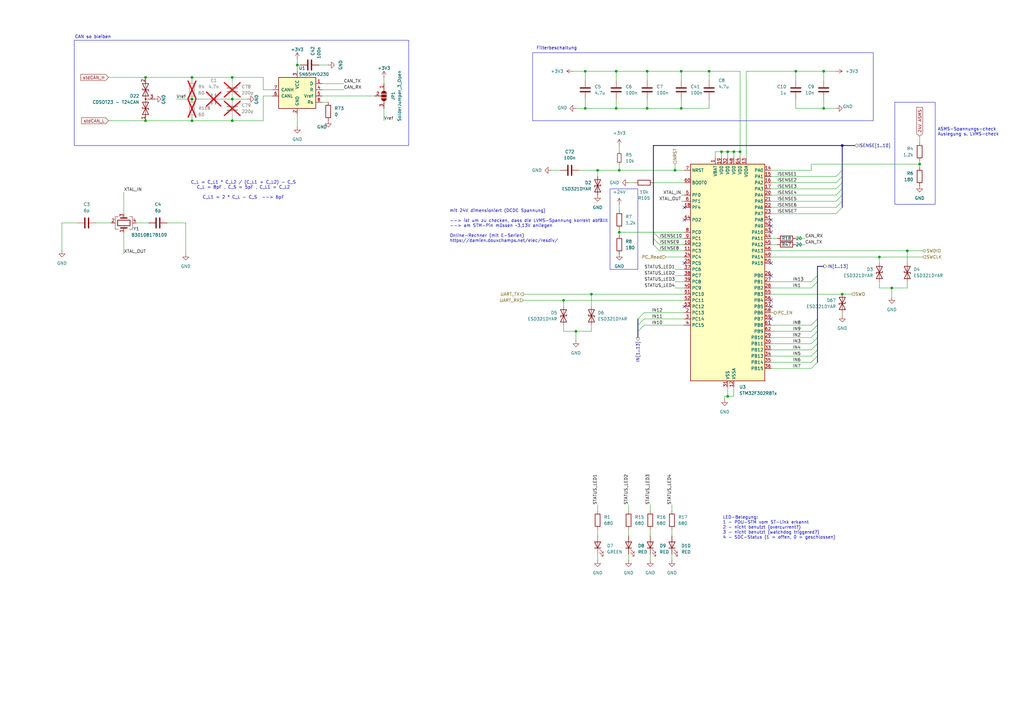
<source format=kicad_sch>
(kicad_sch
	(version 20231120)
	(generator "eeschema")
	(generator_version "8.0")
	(uuid "aa933140-9f4b-4735-968c-43a62bfa3dd4")
	(paper "A3")
	(title_block
		(title "PDU FT25")
		(date "2024-11-23")
		(rev "V1.1")
		(company "Janek Herm")
		(comment 1 "FaSTTUBe Electronics")
	)
	
	(junction
		(at 372.11 102.87)
		(diameter 0)
		(color 0 0 0 0)
		(uuid "011fb3dc-49db-4df5-b559-38f85c6453d7")
	)
	(junction
		(at 240.03 29.21)
		(diameter 0)
		(color 0 0 0 0)
		(uuid "1c1561dd-db1e-4379-88cb-32c62072201a")
	)
	(junction
		(at 95.25 31.75)
		(diameter 0)
		(color 0 0 0 0)
		(uuid "2909134b-3d57-4d2d-930f-c2f46d76c54e")
	)
	(junction
		(at 377.19 67.31)
		(diameter 0)
		(color 0 0 0 0)
		(uuid "311f828e-ff1f-4cf4-b987-2f4449bd4082")
	)
	(junction
		(at 95.25 49.53)
		(diameter 0)
		(color 0 0 0 0)
		(uuid "32bc5ba3-b62b-42dc-82e3-cb95cb6a2278")
	)
	(junction
		(at 345.44 59.69)
		(diameter 0)
		(color 0 0 0 0)
		(uuid "336ecfe3-4b6c-4c03-ad58-6e9f8ed49a93")
	)
	(junction
		(at 78.74 40.64)
		(diameter 0)
		(color 0 0 0 0)
		(uuid "470305e6-4469-423b-a0b1-e2953ae99fd0")
	)
	(junction
		(at 298.45 162.56)
		(diameter 0)
		(color 0 0 0 0)
		(uuid "4a042d06-5575-481b-9363-db3682fcd0d8")
	)
	(junction
		(at 300.99 62.23)
		(diameter 0)
		(color 0 0 0 0)
		(uuid "4a5d67a8-f458-4ca3-8b92-21a112e0f4b4")
	)
	(junction
		(at 345.44 120.65)
		(diameter 0)
		(color 0 0 0 0)
		(uuid "5313608d-9ab5-48e5-82e8-55e235e03479")
	)
	(junction
		(at 337.82 44.45)
		(diameter 0)
		(color 0 0 0 0)
		(uuid "60d16c02-84b1-46a4-a9a4-92263b8dcb49")
	)
	(junction
		(at 231.14 123.19)
		(diameter 0)
		(color 0 0 0 0)
		(uuid "626ea7c1-1f42-4e13-92ec-5605ebdee387")
	)
	(junction
		(at 265.43 29.21)
		(diameter 0)
		(color 0 0 0 0)
		(uuid "67916b88-e6d0-4b5a-9f27-3bf6035e0635")
	)
	(junction
		(at 240.03 44.45)
		(diameter 0)
		(color 0 0 0 0)
		(uuid "7b12ecee-0c67-4465-8158-f60ce921a82f")
	)
	(junction
		(at 59.69 49.53)
		(diameter 0)
		(color 0 0 0 0)
		(uuid "7d48d275-4def-49ef-b085-5aa0c138e2f0")
	)
	(junction
		(at 326.39 29.21)
		(diameter 0)
		(color 0 0 0 0)
		(uuid "8065c336-233f-4333-8fb9-b0cf210d8d84")
	)
	(junction
		(at 252.73 29.21)
		(diameter 0)
		(color 0 0 0 0)
		(uuid "81124fb1-9228-4404-b2ec-46da02e0191c")
	)
	(junction
		(at 365.76 118.11)
		(diameter 0)
		(color 0 0 0 0)
		(uuid "82270b0f-876d-4834-8031-39dfa01b2c6f")
	)
	(junction
		(at 303.53 62.23)
		(diameter 0)
		(color 0 0 0 0)
		(uuid "92181147-f6d9-4a30-9e52-285e8f653835")
	)
	(junction
		(at 78.74 31.75)
		(diameter 0)
		(color 0 0 0 0)
		(uuid "952a4c72-7ac6-4c90-b284-d228a11ad936")
	)
	(junction
		(at 242.57 120.65)
		(diameter 0)
		(color 0 0 0 0)
		(uuid "95a581c5-e4bd-45c4-96a0-197a7042ffb5")
	)
	(junction
		(at 295.91 62.23)
		(diameter 0)
		(color 0 0 0 0)
		(uuid "9d39e635-6ccb-4356-8a35-e6683e33abc6")
	)
	(junction
		(at 265.43 44.45)
		(diameter 0)
		(color 0 0 0 0)
		(uuid "a024b72b-5e3f-46fb-a2e4-a5878e8a88f4")
	)
	(junction
		(at 254 95.25)
		(diameter 0)
		(color 0 0 0 0)
		(uuid "aaccc812-c088-498a-befd-eb96b122b5fd")
	)
	(junction
		(at 276.86 69.85)
		(diameter 0)
		(color 0 0 0 0)
		(uuid "bb8bbc0e-59ca-4c70-96e1-574d2a709031")
	)
	(junction
		(at 236.22 135.89)
		(diameter 0)
		(color 0 0 0 0)
		(uuid "bbf3a917-6a04-4fd5-b852-be679d151fde")
	)
	(junction
		(at 290.83 29.21)
		(diameter 0)
		(color 0 0 0 0)
		(uuid "c3804580-880e-42ec-9ac0-0d99145ce20d")
	)
	(junction
		(at 252.73 44.45)
		(diameter 0)
		(color 0 0 0 0)
		(uuid "cb8dda75-074d-4c4c-adc1-368befa4d039")
	)
	(junction
		(at 59.69 31.75)
		(diameter 0)
		(color 0 0 0 0)
		(uuid "d75b7bf1-045e-4ebc-ba5e-d28f4f4c79ce")
	)
	(junction
		(at 245.11 69.85)
		(diameter 0)
		(color 0 0 0 0)
		(uuid "dfeaeceb-2205-4019-aa61-2b137b393fbc")
	)
	(junction
		(at 254 69.85)
		(diameter 0)
		(color 0 0 0 0)
		(uuid "e2b50f20-59e9-4842-97d3-a31cc6b12de2")
	)
	(junction
		(at 121.92 26.67)
		(diameter 0)
		(color 0 0 0 0)
		(uuid "e2d03ef5-6f0d-42ac-b206-09a65441fc7c")
	)
	(junction
		(at 78.74 49.53)
		(diameter 0)
		(color 0 0 0 0)
		(uuid "e3bee0d1-ee56-45a2-b990-12f34ff6079d")
	)
	(junction
		(at 360.68 105.41)
		(diameter 0)
		(color 0 0 0 0)
		(uuid "efedf725-2801-4356-be55-6b5641a8266e")
	)
	(junction
		(at 95.25 40.64)
		(diameter 0)
		(color 0 0 0 0)
		(uuid "effeb44b-6653-4665-8798-a89e5d31ce18")
	)
	(junction
		(at 337.82 29.21)
		(diameter 0)
		(color 0 0 0 0)
		(uuid "f3432773-749d-40c3-8aa7-240cc93fb599")
	)
	(junction
		(at 298.45 62.23)
		(diameter 0)
		(color 0 0 0 0)
		(uuid "f5034439-030d-403b-8d95-4d009b618e77")
	)
	(junction
		(at 279.4 44.45)
		(diameter 0)
		(color 0 0 0 0)
		(uuid "f79ecdf7-8915-4abb-bd2a-27ce32ad523f")
	)
	(junction
		(at 279.4 29.21)
		(diameter 0)
		(color 0 0 0 0)
		(uuid "fc270b45-755a-4224-a4f1-a9ea4d6490f5")
	)
	(no_connect
		(at 316.23 90.17)
		(uuid "075be4a6-f93d-4ab9-bd89-dc240df4e00e")
	)
	(no_connect
		(at 316.23 125.73)
		(uuid "0e402498-1ec7-4e50-bcc0-9ff038dc97d5")
	)
	(no_connect
		(at 316.23 95.25)
		(uuid "3c312b4f-fa58-492d-8a28-9962baf598ef")
	)
	(no_connect
		(at 280.67 125.73)
		(uuid "3d18cbec-9d6d-4b25-acd5-d8fdd5b8b0be")
	)
	(no_connect
		(at 280.67 90.17)
		(uuid "4865fe96-237f-418e-93a3-2eaf2c765084")
	)
	(no_connect
		(at 316.23 92.71)
		(uuid "510c8434-b139-4ac7-9ea5-f6153de72f0d")
	)
	(no_connect
		(at 316.23 113.03)
		(uuid "8dac3224-e958-4a1c-876d-20be0b6c8628")
	)
	(no_connect
		(at 316.23 107.95)
		(uuid "8f06113e-c45d-4956-805b-218f9b13b4e8")
	)
	(no_connect
		(at 280.67 107.95)
		(uuid "969aafdd-ff23-44c3-be52-b64f08887ca4")
	)
	(no_connect
		(at 280.67 85.09)
		(uuid "99e63ff9-177b-4543-b70d-778349a2a25f")
	)
	(no_connect
		(at 316.23 123.19)
		(uuid "af28ca33-6fae-440e-8467-d8e50d2753e5")
	)
	(no_connect
		(at 316.23 130.81)
		(uuid "f3edb4bb-b4ce-4188-b8ef-5f275d15386e")
	)
	(bus_entry
		(at 342.9 74.93)
		(size 2.54 -2.54)
		(stroke
			(width 0)
			(type default)
		)
		(uuid "0f44c7bf-42fb-4027-bf20-709ad1aa704a")
	)
	(bus_entry
		(at 332.74 143.51)
		(size 2.54 -2.54)
		(stroke
			(width 0)
			(type default)
		)
		(uuid "1a8c4578-18d3-4d5b-9d91-abbaf03e9138")
	)
	(bus_entry
		(at 342.9 82.55)
		(size 2.54 -2.54)
		(stroke
			(width 0)
			(type default)
		)
		(uuid "3746bdc5-d4d0-444e-a59d-ea02833a6a65")
	)
	(bus_entry
		(at 342.9 72.39)
		(size 2.54 -2.54)
		(stroke
			(width 0)
			(type default)
		)
		(uuid "3945f06b-623d-49c3-983b-f40b5edec678")
	)
	(bus_entry
		(at 342.9 87.63)
		(size 2.54 -2.54)
		(stroke
			(width 0)
			(type default)
		)
		(uuid "3ff9cecd-8190-4579-b1d8-07f660d68860")
	)
	(bus_entry
		(at 332.74 118.11)
		(size 2.54 -2.54)
		(stroke
			(width 0)
			(type default)
		)
		(uuid "4957f270-e681-45e8-a176-90f5101326f9")
	)
	(bus_entry
		(at 342.9 77.47)
		(size 2.54 -2.54)
		(stroke
			(width 0)
			(type default)
		)
		(uuid "4c8b6feb-847b-42b4-8753-f006923bda77")
	)
	(bus_entry
		(at 264.16 133.35)
		(size -2.54 2.54)
		(stroke
			(width 0)
			(type default)
		)
		(uuid "52c108e7-42d8-40ea-9646-fd41e1b7635a")
	)
	(bus_entry
		(at 332.74 133.35)
		(size 2.54 -2.54)
		(stroke
			(width 0)
			(type default)
		)
		(uuid "56b096de-f889-42c6-a376-cc718212d028")
	)
	(bus_entry
		(at 332.74 140.97)
		(size 2.54 -2.54)
		(stroke
			(width 0)
			(type default)
		)
		(uuid "579023c9-aee9-4289-bcef-52162fcd86e4")
	)
	(bus_entry
		(at 264.16 128.27)
		(size -2.54 2.54)
		(stroke
			(width 0)
			(type default)
		)
		(uuid "5a9829a9-2752-40b1-90db-78e699e955aa")
	)
	(bus_entry
		(at 270.51 100.33)
		(size -2.54 -2.54)
		(stroke
			(width 0)
			(type default)
		)
		(uuid "64135b90-3a0c-4804-9fde-547c8272c55d")
	)
	(bus_entry
		(at 270.51 97.79)
		(size -2.54 -2.54)
		(stroke
			(width 0)
			(type default)
		)
		(uuid "6719ffa9-6a4f-44fe-8a9a-c324cb13ff44")
	)
	(bus_entry
		(at 264.16 130.81)
		(size -2.54 2.54)
		(stroke
			(width 0)
			(type default)
		)
		(uuid "6d55b9a8-3776-4f25-929e-c56e410e4a49")
	)
	(bus_entry
		(at 332.74 115.57)
		(size 2.54 -2.54)
		(stroke
			(width 0)
			(type default)
		)
		(uuid "7447557f-810c-4ffc-b3cf-e8a8b88576b2")
	)
	(bus_entry
		(at 270.51 102.87)
		(size -2.54 -2.54)
		(stroke
			(width 0)
			(type default)
		)
		(uuid "7ed18590-037b-413d-a1f3-a02291ce0ea9")
	)
	(bus_entry
		(at 332.74 148.59)
		(size 2.54 -2.54)
		(stroke
			(width 0)
			(type default)
		)
		(uuid "808fcb53-b6eb-4126-b4a3-839040796060")
	)
	(bus_entry
		(at 332.74 138.43)
		(size 2.54 -2.54)
		(stroke
			(width 0)
			(type default)
		)
		(uuid "90d7f3a5-58af-4177-955c-92363bd0700d")
	)
	(bus_entry
		(at 332.74 151.13)
		(size 2.54 -2.54)
		(stroke
			(width 0)
			(type default)
		)
		(uuid "96e2509f-440b-4476-a949-5afab6fe1157")
	)
	(bus_entry
		(at 342.9 80.01)
		(size 2.54 -2.54)
		(stroke
			(width 0)
			(type default)
		)
		(uuid "b0a68681-9431-48bb-8eb2-62215f344ead")
	)
	(bus_entry
		(at 342.9 85.09)
		(size 2.54 -2.54)
		(stroke
			(width 0)
			(type default)
		)
		(uuid "ea1a9b47-f76d-4abc-b8f5-fd23807434c3")
	)
	(bus_entry
		(at 332.74 146.05)
		(size 2.54 -2.54)
		(stroke
			(width 0)
			(type default)
		)
		(uuid "f601e2f6-d62a-4439-b759-53677e622b58")
	)
	(bus_entry
		(at 332.74 135.89)
		(size 2.54 -2.54)
		(stroke
			(width 0)
			(type default)
		)
		(uuid "fb76438c-e197-4f72-9ef1-1130912a6e42")
	)
	(wire
		(pts
			(xy 377.19 58.42) (xy 377.19 55.88)
		)
		(stroke
			(width 0)
			(type default)
		)
		(uuid "02d18d42-d97e-4718-876a-30117100b9d9")
	)
	(wire
		(pts
			(xy 279.4 44.45) (xy 290.83 44.45)
		)
		(stroke
			(width 0)
			(type default)
		)
		(uuid "04342634-bf56-4170-94fb-99898055f07c")
	)
	(wire
		(pts
			(xy 121.92 26.67) (xy 123.19 26.67)
		)
		(stroke
			(width 0)
			(type default)
		)
		(uuid "04624f39-4f16-4cd8-945f-0c0f280b88d6")
	)
	(wire
		(pts
			(xy 111.76 36.83) (xy 107.95 36.83)
		)
		(stroke
			(width 0)
			(type default)
		)
		(uuid "04ce5f16-006c-484e-9448-6f35bc303ded")
	)
	(wire
		(pts
			(xy 298.45 64.77) (xy 298.45 62.23)
		)
		(stroke
			(width 0)
			(type default)
		)
		(uuid "0635cc89-ab21-411b-b2fb-734cbbdf8e6c")
	)
	(wire
		(pts
			(xy 72.39 40.64) (xy 78.74 40.64)
		)
		(stroke
			(width 0)
			(type default)
		)
		(uuid "067e1c89-22ea-4cd0-ac58-970449aa4157")
	)
	(wire
		(pts
			(xy 360.68 118.11) (xy 365.76 118.11)
		)
		(stroke
			(width 0)
			(type default)
		)
		(uuid "06af84a9-4fe0-46df-a673-fdffb9ae579b")
	)
	(wire
		(pts
			(xy 265.43 44.45) (xy 279.4 44.45)
		)
		(stroke
			(width 0)
			(type default)
		)
		(uuid "06cd50e4-a84d-4173-93ad-9c195c5ec8b1")
	)
	(wire
		(pts
			(xy 132.08 36.83) (xy 140.97 36.83)
		)
		(stroke
			(width 0)
			(type default)
		)
		(uuid "07d36fce-b92d-4ebb-924c-b0c58b3ef7ca")
	)
	(wire
		(pts
			(xy 254 95.25) (xy 267.97 95.25)
		)
		(stroke
			(width 0)
			(type default)
		)
		(uuid "08e5a2d8-f52d-4e51-88ae-1aa4173a3966")
	)
	(wire
		(pts
			(xy 326.39 100.33) (xy 330.2 100.33)
		)
		(stroke
			(width 0)
			(type default)
		)
		(uuid "09722ccd-1166-497f-a94c-e44e9be372b5")
	)
	(wire
		(pts
			(xy 293.37 62.23) (xy 295.91 62.23)
		)
		(stroke
			(width 0)
			(type default)
		)
		(uuid "0ad49cbe-2a59-4aad-8360-58993f3de25e")
	)
	(wire
		(pts
			(xy 273.05 105.41) (xy 280.67 105.41)
		)
		(stroke
			(width 0)
			(type default)
		)
		(uuid "0bc28ca4-8f1e-4623-ac18-3bdbbf65d63a")
	)
	(wire
		(pts
			(xy 266.7 207.01) (xy 266.7 209.55)
		)
		(stroke
			(width 0)
			(type default)
		)
		(uuid "0bf4fa6e-f353-4c5b-89b0-744fdf8daf9d")
	)
	(wire
		(pts
			(xy 78.74 31.75) (xy 78.74 33.02)
		)
		(stroke
			(width 0)
			(type default)
		)
		(uuid "0ea186d4-0575-4211-a5c2-c47d1a397213")
	)
	(bus
		(pts
			(xy 261.62 130.81) (xy 261.62 133.35)
		)
		(stroke
			(width 0)
			(type default)
		)
		(uuid "11f67c83-3ffd-46d0-aec1-8c99a833f6e3")
	)
	(wire
		(pts
			(xy 240.03 44.45) (xy 252.73 44.45)
		)
		(stroke
			(width 0)
			(type default)
		)
		(uuid "1231f68a-96d2-44b7-8d3c-b74c91867cc1")
	)
	(wire
		(pts
			(xy 78.74 48.26) (xy 78.74 49.53)
		)
		(stroke
			(width 0)
			(type default)
		)
		(uuid "129613d9-101d-4f0c-8d4a-a64ce9206fbe")
	)
	(wire
		(pts
			(xy 252.73 29.21) (xy 265.43 29.21)
		)
		(stroke
			(width 0)
			(type default)
		)
		(uuid "1351a6f2-d547-4c92-a7bd-fc66aa2b7b1c")
	)
	(wire
		(pts
			(xy 242.57 133.35) (xy 242.57 135.89)
		)
		(stroke
			(width 0)
			(type default)
		)
		(uuid "1465ca23-40a4-46ec-b0f8-03f7ee145ad2")
	)
	(wire
		(pts
			(xy 132.08 41.91) (xy 134.62 41.91)
		)
		(stroke
			(width 0)
			(type default)
		)
		(uuid "14f3c7a6-d742-4322-bb88-1c8b862b32bd")
	)
	(wire
		(pts
			(xy 316.23 85.09) (xy 342.9 85.09)
		)
		(stroke
			(width 0)
			(type default)
		)
		(uuid "1563780a-b8ea-48ce-ab08-85a32f8ef187")
	)
	(wire
		(pts
			(xy 50.8 78.74) (xy 50.8 87.63)
		)
		(stroke
			(width 0)
			(type default)
		)
		(uuid "156a91e1-7575-43e4-ad21-502973462c11")
	)
	(wire
		(pts
			(xy 231.14 135.89) (xy 231.14 133.35)
		)
		(stroke
			(width 0)
			(type default)
		)
		(uuid "157e1d50-e501-4dc1-82d3-3f6de57d9811")
	)
	(wire
		(pts
			(xy 242.57 120.65) (xy 280.67 120.65)
		)
		(stroke
			(width 0)
			(type default)
		)
		(uuid "1c82b389-0ccd-411f-b0dd-64169c5ee93b")
	)
	(wire
		(pts
			(xy 245.11 227.33) (xy 245.11 229.87)
		)
		(stroke
			(width 0)
			(type default)
		)
		(uuid "1f718422-99da-4137-9d23-e032c03b928c")
	)
	(wire
		(pts
			(xy 78.74 49.53) (xy 95.25 49.53)
		)
		(stroke
			(width 0)
			(type default)
		)
		(uuid "20098200-20b7-498b-9c5a-1c253e7e5f5b")
	)
	(bus
		(pts
			(xy 345.44 69.85) (xy 345.44 72.39)
		)
		(stroke
			(width 0)
			(type default)
		)
		(uuid "2251dd67-3d1a-45bd-95a7-174c40e8a15b")
	)
	(wire
		(pts
			(xy 60.96 91.44) (xy 55.88 91.44)
		)
		(stroke
			(width 0)
			(type default)
		)
		(uuid "237a38f9-6614-4bbc-b48b-aa6c4183ece0")
	)
	(wire
		(pts
			(xy 377.19 66.04) (xy 377.19 67.31)
		)
		(stroke
			(width 0)
			(type default)
		)
		(uuid "242ca8e3-8ac4-4d29-8295-d68ee03413d1")
	)
	(wire
		(pts
			(xy 372.11 102.87) (xy 378.46 102.87)
		)
		(stroke
			(width 0)
			(type default)
		)
		(uuid "24abb6d5-4626-4519-b279-895ef4faf25c")
	)
	(wire
		(pts
			(xy 121.92 24.13) (xy 121.92 26.67)
		)
		(stroke
			(width 0)
			(type default)
		)
		(uuid "253308ce-4f34-45f1-a309-15a60f1e19ef")
	)
	(bus
		(pts
			(xy 335.28 130.81) (xy 335.28 133.35)
		)
		(stroke
			(width 0)
			(type default)
		)
		(uuid "25755da5-b2ff-4cff-8bc2-24cd8eade220")
	)
	(bus
		(pts
			(xy 345.44 74.93) (xy 345.44 77.47)
		)
		(stroke
			(width 0)
			(type default)
		)
		(uuid "262d263f-f433-4679-862b-308035de0a2b")
	)
	(wire
		(pts
			(xy 377.19 67.31) (xy 377.19 68.58)
		)
		(stroke
			(width 0)
			(type default)
		)
		(uuid "26bc09cc-8c0a-4375-86fc-e47074c1f63b")
	)
	(wire
		(pts
			(xy 44.45 49.53) (xy 59.69 49.53)
		)
		(stroke
			(width 0)
			(type default)
		)
		(uuid "274e5ee3-d781-4532-b53c-05387a81ff92")
	)
	(wire
		(pts
			(xy 316.23 118.11) (xy 332.74 118.11)
		)
		(stroke
			(width 0)
			(type default)
		)
		(uuid "2887116b-bea2-468f-885b-5166edebab89")
	)
	(wire
		(pts
			(xy 95.25 48.26) (xy 95.25 49.53)
		)
		(stroke
			(width 0)
			(type default)
		)
		(uuid "2c36341c-e8ad-4c3f-828b-51d06c455951")
	)
	(wire
		(pts
			(xy 231.14 123.19) (xy 231.14 125.73)
		)
		(stroke
			(width 0)
			(type default)
		)
		(uuid "2c550914-75dd-41a4-85f1-6281fd0a4d4b")
	)
	(wire
		(pts
			(xy 297.18 162.56) (xy 297.18 163.83)
		)
		(stroke
			(width 0)
			(type default)
		)
		(uuid "2e6a84cd-4428-4a5b-8eac-d5d5a9e09196")
	)
	(wire
		(pts
			(xy 265.43 44.45) (xy 252.73 44.45)
		)
		(stroke
			(width 0)
			(type default)
		)
		(uuid "30049d16-312a-40c3-b4e3-d52ec94734e7")
	)
	(bus
		(pts
			(xy 335.28 146.05) (xy 335.28 148.59)
		)
		(stroke
			(width 0)
			(type default)
		)
		(uuid "309f5f35-3328-4fa8-b4c3-460525690a03")
	)
	(wire
		(pts
			(xy 316.23 72.39) (xy 342.9 72.39)
		)
		(stroke
			(width 0)
			(type default)
		)
		(uuid "31d32d8b-498b-4e2e-a65c-ff11263582c5")
	)
	(wire
		(pts
			(xy 254 86.36) (xy 254 83.82)
		)
		(stroke
			(width 0)
			(type default)
		)
		(uuid "336dd7a3-3351-448e-a2f7-0a868d778216")
	)
	(wire
		(pts
			(xy 236.22 135.89) (xy 236.22 139.7)
		)
		(stroke
			(width 0)
			(type default)
		)
		(uuid "3391f9c0-1432-4401-8274-c3c771b182a4")
	)
	(bus
		(pts
			(xy 267.97 95.25) (xy 267.97 97.79)
		)
		(stroke
			(width 0)
			(type default)
		)
		(uuid "33f73685-2792-44e9-b5b0-05bbf7fcddaf")
	)
	(wire
		(pts
			(xy 266.7 217.17) (xy 266.7 219.71)
		)
		(stroke
			(width 0)
			(type default)
		)
		(uuid "34478a33-d1b1-4338-b1b6-16785ed628a0")
	)
	(bus
		(pts
			(xy 345.44 59.69) (xy 345.44 69.85)
		)
		(stroke
			(width 0)
			(type default)
		)
		(uuid "35dec71b-26c6-47fc-8b49-5e8e283a85f2")
	)
	(wire
		(pts
			(xy 39.37 91.44) (xy 45.72 91.44)
		)
		(stroke
			(width 0)
			(type default)
		)
		(uuid "36c25c5f-bef6-4b8d-872a-cb5f3de296cf")
	)
	(wire
		(pts
			(xy 270.51 100.33) (xy 280.67 100.33)
		)
		(stroke
			(width 0)
			(type default)
		)
		(uuid "374ea217-4be8-4b55-9567-a3387401ee1c")
	)
	(wire
		(pts
			(xy 342.9 44.45) (xy 337.82 44.45)
		)
		(stroke
			(width 0)
			(type default)
		)
		(uuid "380ed02c-02ec-493d-8e7a-a4d524cb20de")
	)
	(wire
		(pts
			(xy 316.23 138.43) (xy 332.74 138.43)
		)
		(stroke
			(width 0)
			(type default)
		)
		(uuid "3a208043-40df-48e3-96d8-2487d26fc72c")
	)
	(wire
		(pts
			(xy 236.22 44.45) (xy 240.03 44.45)
		)
		(stroke
			(width 0)
			(type default)
		)
		(uuid "3ad73296-22dc-403c-848b-592e5ee820e8")
	)
	(wire
		(pts
			(xy 280.67 118.11) (xy 276.86 118.11)
		)
		(stroke
			(width 0)
			(type default)
		)
		(uuid "3bf0defa-f434-4da3-9852-926b797769df")
	)
	(wire
		(pts
			(xy 306.07 29.21) (xy 326.39 29.21)
		)
		(stroke
			(width 0)
			(type default)
		)
		(uuid "3cf2ceea-35e9-4eb7-a160-b660911651bb")
	)
	(wire
		(pts
			(xy 267.97 95.25) (xy 280.67 95.25)
		)
		(stroke
			(width 0)
			(type default)
		)
		(uuid "3d16aa63-6a30-475f-8032-7202d08f3907")
	)
	(wire
		(pts
			(xy 316.23 133.35) (xy 332.74 133.35)
		)
		(stroke
			(width 0)
			(type default)
		)
		(uuid "3e4b90b5-23af-4990-a30f-addd83c93519")
	)
	(wire
		(pts
			(xy 280.67 130.81) (xy 264.16 130.81)
		)
		(stroke
			(width 0)
			(type default)
		)
		(uuid "3f3265f9-c18a-4c90-9076-96d9d1762ce8")
	)
	(wire
		(pts
			(xy 303.53 62.23) (xy 303.53 29.21)
		)
		(stroke
			(width 0)
			(type default)
		)
		(uuid "3fbf1dcd-d369-4d97-86e5-0d64166f1695")
	)
	(wire
		(pts
			(xy 111.76 39.37) (xy 107.95 39.37)
		)
		(stroke
			(width 0)
			(type default)
		)
		(uuid "433a9bd0-c4d3-45af-9bb9-a8a1648b5d0a")
	)
	(wire
		(pts
			(xy 44.45 31.75) (xy 59.69 31.75)
		)
		(stroke
			(width 0)
			(type default)
		)
		(uuid "4412c598-e00c-403a-a5e8-1df1ebe79e2c")
	)
	(bus
		(pts
			(xy 345.44 77.47) (xy 345.44 80.01)
		)
		(stroke
			(width 0)
			(type default)
		)
		(uuid "446d3b8a-b184-43ef-a483-c9827ee7e5e8")
	)
	(wire
		(pts
			(xy 279.4 29.21) (xy 290.83 29.21)
		)
		(stroke
			(width 0)
			(type default)
		)
		(uuid "44b7664b-4334-4003-b151-630ab004c928")
	)
	(wire
		(pts
			(xy 372.11 118.11) (xy 365.76 118.11)
		)
		(stroke
			(width 0)
			(type default)
		)
		(uuid "4800bad9-6f06-4d3c-bf38-d17eb414de1d")
	)
	(wire
		(pts
			(xy 134.62 26.67) (xy 130.81 26.67)
		)
		(stroke
			(width 0)
			(type default)
		)
		(uuid "488018a1-c63c-4e72-9bd5-1976cce0172a")
	)
	(wire
		(pts
			(xy 316.23 115.57) (xy 332.74 115.57)
		)
		(stroke
			(width 0)
			(type default)
		)
		(uuid "49c8365a-ca95-400b-ad63-9129e1136d9e")
	)
	(wire
		(pts
			(xy 300.99 64.77) (xy 300.99 62.23)
		)
		(stroke
			(width 0)
			(type default)
		)
		(uuid "4a81f28c-0a6a-4076-8b7b-e8bba29c0ade")
	)
	(wire
		(pts
			(xy 360.68 105.41) (xy 378.46 105.41)
		)
		(stroke
			(width 0)
			(type default)
		)
		(uuid "4b0fb995-16e8-4924-9090-aa604e816928")
	)
	(wire
		(pts
			(xy 265.43 40.64) (xy 265.43 44.45)
		)
		(stroke
			(width 0)
			(type default)
		)
		(uuid "4b690891-d34d-4a2c-b54b-a2bcf5e0cc9f")
	)
	(bus
		(pts
			(xy 267.97 59.69) (xy 267.97 95.25)
		)
		(stroke
			(width 0)
			(type default)
		)
		(uuid "4ba8ccba-e453-4230-9b0a-2d1e0788caac")
	)
	(wire
		(pts
			(xy 78.74 40.64) (xy 83.82 40.64)
		)
		(stroke
			(width 0)
			(type default)
		)
		(uuid "4bd024fb-1685-452e-a6bf-c127e24ffee7")
	)
	(wire
		(pts
			(xy 280.67 113.03) (xy 276.86 113.03)
		)
		(stroke
			(width 0)
			(type default)
		)
		(uuid "4d686276-809a-44e4-b3e6-33295a39cb5e")
	)
	(wire
		(pts
			(xy 316.23 105.41) (xy 360.68 105.41)
		)
		(stroke
			(width 0)
			(type default)
		)
		(uuid "5041efb4-b0cd-4bdc-8e62-0fcb005a0b74")
	)
	(wire
		(pts
			(xy 59.69 49.53) (xy 78.74 49.53)
		)
		(stroke
			(width 0)
			(type default)
		)
		(uuid "506edc40-1449-4a7b-a3df-6fc0e696fc78")
	)
	(wire
		(pts
			(xy 345.44 120.65) (xy 349.25 120.65)
		)
		(stroke
			(width 0)
			(type default)
		)
		(uuid "5142e485-75a2-4b99-8639-39b54d2807f6")
	)
	(wire
		(pts
			(xy 316.23 74.93) (xy 342.9 74.93)
		)
		(stroke
			(width 0)
			(type default)
		)
		(uuid "51c6b7a0-c71a-4d20-abba-9f1e5de5eaa8")
	)
	(wire
		(pts
			(xy 214.63 120.65) (xy 242.57 120.65)
		)
		(stroke
			(width 0)
			(type default)
		)
		(uuid "5207cf23-6b89-48ca-94f2-bc37a24192fc")
	)
	(wire
		(pts
			(xy 267.97 74.93) (xy 280.67 74.93)
		)
		(stroke
			(width 0)
			(type default)
		)
		(uuid "5457882c-466e-435a-a493-eb45347e573f")
	)
	(wire
		(pts
			(xy 254 93.98) (xy 254 95.25)
		)
		(stroke
			(width 0)
			(type default)
		)
		(uuid "5594d980-1253-4a7d-8f92-fa49c6434d84")
	)
	(wire
		(pts
			(xy 275.59 227.33) (xy 275.59 229.87)
		)
		(stroke
			(width 0)
			(type default)
		)
		(uuid "573af0e6-6fab-4c99-875e-6675a452eab1")
	)
	(wire
		(pts
			(xy 290.83 33.02) (xy 290.83 29.21)
		)
		(stroke
			(width 0)
			(type default)
		)
		(uuid "5762d99e-3126-4890-9607-31256a488ae7")
	)
	(wire
		(pts
			(xy 316.23 143.51) (xy 332.74 143.51)
		)
		(stroke
			(width 0)
			(type default)
		)
		(uuid "57c4bab5-a989-445b-aaad-9f7fb046ca6b")
	)
	(wire
		(pts
			(xy 240.03 29.21) (xy 252.73 29.21)
		)
		(stroke
			(width 0)
			(type default)
		)
		(uuid "592440ee-12c4-4be4-984c-ce759230f308")
	)
	(wire
		(pts
			(xy 254 69.85) (xy 276.86 69.85)
		)
		(stroke
			(width 0)
			(type default)
		)
		(uuid "5bff72cf-84d5-4a35-a479-cee7167288e0")
	)
	(wire
		(pts
			(xy 298.45 162.56) (xy 297.18 162.56)
		)
		(stroke
			(width 0)
			(type default)
		)
		(uuid "5fa66723-a87b-4fd8-a7ed-6a6ee875c26b")
	)
	(bus
		(pts
			(xy 335.28 138.43) (xy 335.28 140.97)
		)
		(stroke
			(width 0)
			(type default)
		)
		(uuid "61312873-5fe1-42fd-9fb3-f775d083cf32")
	)
	(bus
		(pts
			(xy 345.44 80.01) (xy 345.44 82.55)
		)
		(stroke
			(width 0)
			(type default)
		)
		(uuid "63056bca-8aa2-4c61-9c04-4ba2d5dd7eae")
	)
	(wire
		(pts
			(xy 318.77 97.79) (xy 316.23 97.79)
		)
		(stroke
			(width 0)
			(type default)
		)
		(uuid "640e7ef2-ac50-4a3d-b491-720fc4ede5e4")
	)
	(wire
		(pts
			(xy 265.43 29.21) (xy 279.4 29.21)
		)
		(stroke
			(width 0)
			(type default)
		)
		(uuid "66b9af82-6c1b-407a-b830-0a7aa102153f")
	)
	(wire
		(pts
			(xy 245.11 69.85) (xy 254 69.85)
		)
		(stroke
			(width 0)
			(type default)
		)
		(uuid "66fbc815-56c4-4aa8-8b02-e2734d7501f7")
	)
	(wire
		(pts
			(xy 76.2 104.14) (xy 76.2 91.44)
		)
		(stroke
			(width 0)
			(type default)
		)
		(uuid "6760abfc-8efe-43dd-b4af-004d7b033428")
	)
	(wire
		(pts
			(xy 316.23 135.89) (xy 332.74 135.89)
		)
		(stroke
			(width 0)
			(type default)
		)
		(uuid "6b3f2e83-c285-4a0e-812a-970aa35eb8f3")
	)
	(wire
		(pts
			(xy 280.67 115.57) (xy 276.86 115.57)
		)
		(stroke
			(width 0)
			(type default)
		)
		(uuid "6c1e18e5-29de-4d47-831a-a5fba3321085")
	)
	(wire
		(pts
			(xy 276.86 67.31) (xy 276.86 69.85)
		)
		(stroke
			(width 0)
			(type default)
		)
		(uuid "70625563-a097-4b0a-a81d-15bb826a1032")
	)
	(wire
		(pts
			(xy 231.14 123.19) (xy 280.67 123.19)
		)
		(stroke
			(width 0)
			(type default)
		)
		(uuid "71fbcbc7-bf8a-4a19-9647-4c101a51522e")
	)
	(wire
		(pts
			(xy 242.57 120.65) (xy 242.57 125.73)
		)
		(stroke
			(width 0)
			(type default)
		)
		(uuid "73b98dab-d36d-4942-84f4-1c29626f61b6")
	)
	(wire
		(pts
			(xy 316.23 151.13) (xy 332.74 151.13)
		)
		(stroke
			(width 0)
			(type default)
		)
		(uuid "78a1b69a-85ae-4515-a0a1-e32eb2d8856e")
	)
	(wire
		(pts
			(xy 257.81 217.17) (xy 257.81 219.71)
		)
		(stroke
			(width 0)
			(type default)
		)
		(uuid "791a09bf-b5e3-4a76-ab8d-ab77a05166b1")
	)
	(wire
		(pts
			(xy 316.23 120.65) (xy 345.44 120.65)
		)
		(stroke
			(width 0)
			(type default)
		)
		(uuid "7afe081f-ff81-4631-9152-55ea34458800")
	)
	(wire
		(pts
			(xy 275.59 217.17) (xy 275.59 219.71)
		)
		(stroke
			(width 0)
			(type default)
		)
		(uuid "7bccdd04-4201-4262-afdb-1f717b63954d")
	)
	(wire
		(pts
			(xy 365.76 118.11) (xy 365.76 121.92)
		)
		(stroke
			(width 0)
			(type default)
		)
		(uuid "7ce15126-e46f-450a-88cf-bf021729bbd4")
	)
	(wire
		(pts
			(xy 300.99 162.56) (xy 298.45 162.56)
		)
		(stroke
			(width 0)
			(type default)
		)
		(uuid "7d3688bd-ee5d-46b9-bb87-c57b2f2ef841")
	)
	(wire
		(pts
			(xy 372.11 102.87) (xy 372.11 107.95)
		)
		(stroke
			(width 0)
			(type default)
		)
		(uuid "7d8e42e8-1bd0-4296-9880-9fba3a45d953")
	)
	(wire
		(pts
			(xy 157.48 44.45) (xy 157.48 49.53)
		)
		(stroke
			(width 0)
			(type default)
		)
		(uuid "7e2d27f6-8dc6-4db9-a014-b25d12f38c27")
	)
	(wire
		(pts
			(xy 318.77 100.33) (xy 316.23 100.33)
		)
		(stroke
			(width 0)
			(type default)
		)
		(uuid "7e9898dd-c6fc-4604-8d67-25d9df0d3ea7")
	)
	(wire
		(pts
			(xy 316.23 146.05) (xy 332.74 146.05)
		)
		(stroke
			(width 0)
			(type default)
		)
		(uuid "7ef32392-76db-40d3-a157-49cf1b4ba958")
	)
	(wire
		(pts
			(xy 252.73 44.45) (xy 252.73 40.64)
		)
		(stroke
			(width 0)
			(type default)
		)
		(uuid "7f21f788-b78d-4607-b25e-c29c60fd01ee")
	)
	(wire
		(pts
			(xy 332.74 67.31) (xy 377.19 67.31)
		)
		(stroke
			(width 0)
			(type default)
		)
		(uuid "81caabdd-9375-4e6a-b542-c27f630f4e32")
	)
	(wire
		(pts
			(xy 245.11 217.17) (xy 245.11 219.71)
		)
		(stroke
			(width 0)
			(type default)
		)
		(uuid "83d840ed-51d0-4a2b-8c4b-8841ec896b9f")
	)
	(wire
		(pts
			(xy 280.67 110.49) (xy 276.86 110.49)
		)
		(stroke
			(width 0)
			(type default)
		)
		(uuid "84ae6afc-bf8f-4321-8fe0-1256ddb2d700")
	)
	(wire
		(pts
			(xy 279.4 80.01) (xy 280.67 80.01)
		)
		(stroke
			(width 0)
			(type default)
		)
		(uuid "84f07f24-75f3-4cc7-b54e-ff3a21911909")
	)
	(wire
		(pts
			(xy 298.45 158.75) (xy 298.45 162.56)
		)
		(stroke
			(width 0)
			(type default)
		)
		(uuid "8505f2cd-1e7f-4f98-99a1-831800ae8140")
	)
	(wire
		(pts
			(xy 316.23 69.85) (xy 332.74 69.85)
		)
		(stroke
			(width 0)
			(type default)
		)
		(uuid "85819cca-689f-47d8-b803-634eac7c9223")
	)
	(wire
		(pts
			(xy 132.08 39.37) (xy 153.67 39.37)
		)
		(stroke
			(width 0)
			(type default)
		)
		(uuid "85e8d5ff-9194-472a-81fe-81f1d2fb2bc7")
	)
	(wire
		(pts
			(xy 279.4 29.21) (xy 279.4 33.02)
		)
		(stroke
			(width 0)
			(type default)
		)
		(uuid "86594fa4-96ef-4b6b-9fb4-99fd99a23170")
	)
	(wire
		(pts
			(xy 226.06 69.85) (xy 229.87 69.85)
		)
		(stroke
			(width 0)
			(type default)
		)
		(uuid "872cc783-8f89-4a31-8d69-30669783acd4")
	)
	(wire
		(pts
			(xy 298.45 62.23) (xy 300.99 62.23)
		)
		(stroke
			(width 0)
			(type default)
		)
		(uuid "87ddc8b3-f1a2-4d1c-91e8-606172ec47d6")
	)
	(wire
		(pts
			(xy 280.67 133.35) (xy 264.16 133.35)
		)
		(stroke
			(width 0)
			(type default)
		)
		(uuid "8ce71bf8-38df-41cb-ae3c-5807499f1b40")
	)
	(wire
		(pts
			(xy 280.67 69.85) (xy 276.86 69.85)
		)
		(stroke
			(width 0)
			(type default)
		)
		(uuid "8e0c6015-c75f-4b40-8b31-6060fd9d7bdd")
	)
	(wire
		(pts
			(xy 257.81 207.01) (xy 257.81 209.55)
		)
		(stroke
			(width 0)
			(type default)
		)
		(uuid "91ab24a6-f08a-4e60-9cc2-e845e9436609")
	)
	(bus
		(pts
			(xy 335.28 133.35) (xy 335.28 135.89)
		)
		(stroke
			(width 0)
			(type default)
		)
		(uuid "93bb8650-5aae-410b-ba61-fa515d094bda")
	)
	(bus
		(pts
			(xy 267.97 59.69) (xy 345.44 59.69)
		)
		(stroke
			(width 0)
			(type default)
		)
		(uuid "96952c6d-506e-454c-b2d9-0948ab51e964")
	)
	(wire
		(pts
			(xy 260.35 74.93) (xy 257.81 74.93)
		)
		(stroke
			(width 0)
			(type default)
		)
		(uuid "96ba8d5b-8e4b-4926-a927-662bccc2db00")
	)
	(wire
		(pts
			(xy 240.03 33.02) (xy 240.03 29.21)
		)
		(stroke
			(width 0)
			(type default)
		)
		(uuid "96ed4aeb-ca18-43ce-b3d5-e2beccf8b493")
	)
	(wire
		(pts
			(xy 326.39 29.21) (xy 326.39 33.02)
		)
		(stroke
			(width 0)
			(type default)
		)
		(uuid "978b63ba-a51c-4bcc-8f6e-ce7e09ee5e8e")
	)
	(wire
		(pts
			(xy 245.11 69.85) (xy 245.11 72.39)
		)
		(stroke
			(width 0)
			(type default)
		)
		(uuid "97a0f518-37d8-4c54-b987-a70e8fcf889b")
	)
	(wire
		(pts
			(xy 295.91 64.77) (xy 295.91 62.23)
		)
		(stroke
			(width 0)
			(type default)
		)
		(uuid "99e28d3a-df39-45d6-a487-b1ca5e388bc1")
	)
	(wire
		(pts
			(xy 231.14 135.89) (xy 236.22 135.89)
		)
		(stroke
			(width 0)
			(type default)
		)
		(uuid "9b516c1e-2bbe-4e34-91fb-0d1eefd4b6ef")
	)
	(wire
		(pts
			(xy 326.39 40.64) (xy 326.39 44.45)
		)
		(stroke
			(width 0)
			(type default)
		)
		(uuid "9ba3c000-1f86-40f5-930e-17a4b93a145a")
	)
	(wire
		(pts
			(xy 300.99 158.75) (xy 300.99 162.56)
		)
		(stroke
			(width 0)
			(type default)
		)
		(uuid "9cc84406-31f7-4d0e-ad67-1f7cf798a249")
	)
	(bus
		(pts
			(xy 345.44 59.69) (xy 350.52 59.69)
		)
		(stroke
			(width 0)
			(type default)
		)
		(uuid "9ccbfe06-845b-49e2-82e7-bbf946473222")
	)
	(wire
		(pts
			(xy 59.69 31.75) (xy 78.74 31.75)
		)
		(stroke
			(width 0)
			(type default)
		)
		(uuid "9d321732-824c-479f-b7f6-8f39ef02dcc3")
	)
	(wire
		(pts
			(xy 257.81 227.33) (xy 257.81 229.87)
		)
		(stroke
			(width 0)
			(type default)
		)
		(uuid "a4014b3b-9195-48e8-99e6-73147189ebcf")
	)
	(wire
		(pts
			(xy 50.8 95.25) (xy 50.8 104.14)
		)
		(stroke
			(width 0)
			(type default)
		)
		(uuid "a413a018-0767-4293-88dd-d3211b741500")
	)
	(wire
		(pts
			(xy 326.39 44.45) (xy 337.82 44.45)
		)
		(stroke
			(width 0)
			(type default)
		)
		(uuid "a43cec6a-d0ed-46b8-aba0-fb17da6a7b27")
	)
	(wire
		(pts
			(xy 316.23 77.47) (xy 342.9 77.47)
		)
		(stroke
			(width 0)
			(type default)
		)
		(uuid "a45559c4-5009-4967-bb41-f08a50315a24")
	)
	(bus
		(pts
			(xy 261.62 138.43) (xy 261.62 135.89)
		)
		(stroke
			(width 0)
			(type default)
		)
		(uuid "a59ccade-3e06-449f-8830-6835a95f7677")
	)
	(wire
		(pts
			(xy 316.23 140.97) (xy 332.74 140.97)
		)
		(stroke
			(width 0)
			(type default)
		)
		(uuid "a5ae0e91-8246-4a61-a617-896b3c268b2a")
	)
	(wire
		(pts
			(xy 337.82 40.64) (xy 337.82 44.45)
		)
		(stroke
			(width 0)
			(type default)
		)
		(uuid "a6b89ee7-afe8-418b-bf84-d68aeb398b0e")
	)
	(wire
		(pts
			(xy 306.07 29.21) (xy 306.07 64.77)
		)
		(stroke
			(width 0)
			(type default)
		)
		(uuid "a810b8d0-b173-40f9-a48d-d719fd48f49e")
	)
	(wire
		(pts
			(xy 332.74 69.85) (xy 332.74 67.31)
		)
		(stroke
			(width 0)
			(type default)
		)
		(uuid "a8113f14-7367-4784-b9e1-4b8b516eaa12")
	)
	(wire
		(pts
			(xy 265.43 29.21) (xy 265.43 33.02)
		)
		(stroke
			(width 0)
			(type default)
		)
		(uuid "a819c80f-747f-4919-8dfd-4e1fbe3e4983")
	)
	(wire
		(pts
			(xy 252.73 29.21) (xy 252.73 33.02)
		)
		(stroke
			(width 0)
			(type default)
		)
		(uuid "a8f2f973-3249-43a2-b027-2642782bdbb8")
	)
	(bus
		(pts
			(xy 337.82 109.22) (xy 335.28 109.22)
		)
		(stroke
			(width 0)
			(type default)
		)
		(uuid "aa0d9b0f-c318-42d8-9f8a-7062abad51ff")
	)
	(wire
		(pts
			(xy 372.11 115.57) (xy 372.11 118.11)
		)
		(stroke
			(width 0)
			(type default)
		)
		(uuid "ab11de8b-d27d-4f17-8804-3d4f4ce95f50")
	)
	(wire
		(pts
			(xy 254 67.31) (xy 254 69.85)
		)
		(stroke
			(width 0)
			(type default)
		)
		(uuid "ac99119a-7289-4b7d-bf4e-fa24584fd5e5")
	)
	(bus
		(pts
			(xy 267.97 97.79) (xy 267.97 100.33)
		)
		(stroke
			(width 0)
			(type default)
		)
		(uuid "ad1f7770-d867-4af5-aee1-86e6022744f6")
	)
	(wire
		(pts
			(xy 107.95 36.83) (xy 107.95 31.75)
		)
		(stroke
			(width 0)
			(type default)
		)
		(uuid "ad5145d6-835e-40ef-8320-271a0d601a4e")
	)
	(wire
		(pts
			(xy 245.11 207.01) (xy 245.11 209.55)
		)
		(stroke
			(width 0)
			(type default)
		)
		(uuid "ae829c98-bff4-4d8a-81b0-64763e4c104a")
	)
	(wire
		(pts
			(xy 270.51 102.87) (xy 280.67 102.87)
		)
		(stroke
			(width 0)
			(type default)
		)
		(uuid "aec3c96b-d324-4c83-b01c-f4470e85d085")
	)
	(wire
		(pts
			(xy 316.23 102.87) (xy 372.11 102.87)
		)
		(stroke
			(width 0)
			(type default)
		)
		(uuid "afb8c704-4be3-4065-870b-a1b3eed5d064")
	)
	(bus
		(pts
			(xy 261.62 133.35) (xy 261.62 135.89)
		)
		(stroke
			(width 0)
			(type default)
		)
		(uuid "b06b1619-1c34-4cfd-8d33-f5e5d2709422")
	)
	(bus
		(pts
			(xy 335.28 115.57) (xy 335.28 130.81)
		)
		(stroke
			(width 0)
			(type default)
		)
		(uuid "b25f1883-7899-40e6-bea0-dda4b69bc806")
	)
	(wire
		(pts
			(xy 266.7 227.33) (xy 266.7 229.87)
		)
		(stroke
			(width 0)
			(type default)
		)
		(uuid "b2be58c1-4836-480e-aa3b-ac80cc322cb8")
	)
	(wire
		(pts
			(xy 234.95 29.21) (xy 240.03 29.21)
		)
		(stroke
			(width 0)
			(type default)
		)
		(uuid "b2c18a8b-1856-404b-9568-1fbaa6d1aa7d")
	)
	(wire
		(pts
			(xy 300.99 62.23) (xy 303.53 62.23)
		)
		(stroke
			(width 0)
			(type default)
		)
		(uuid "b4d4436b-1e97-4b71-9d4a-efec7c2d29a0")
	)
	(wire
		(pts
			(xy 121.92 26.67) (xy 121.92 29.21)
		)
		(stroke
			(width 0)
			(type default)
		)
		(uuid "b59d0d87-af1c-44b8-8c95-246a18525198")
	)
	(wire
		(pts
			(xy 280.67 128.27) (xy 264.16 128.27)
		)
		(stroke
			(width 0)
			(type default)
		)
		(uuid "b694e302-39ae-4cec-8d85-dc68dfaa474a")
	)
	(wire
		(pts
			(xy 279.4 40.64) (xy 279.4 44.45)
		)
		(stroke
			(width 0)
			(type default)
		)
		(uuid "b8594858-a696-4f19-a9c8-df08777bfdd3")
	)
	(wire
		(pts
			(xy 242.57 135.89) (xy 236.22 135.89)
		)
		(stroke
			(width 0)
			(type default)
		)
		(uuid "bd134b4f-2171-4eb5-86fc-5330b9a11363")
	)
	(wire
		(pts
			(xy 95.25 49.53) (xy 107.95 49.53)
		)
		(stroke
			(width 0)
			(type default)
		)
		(uuid "c2a42c62-e28b-43a6-8bb2-0a1f119a0e38")
	)
	(bus
		(pts
			(xy 345.44 72.39) (xy 345.44 74.93)
		)
		(stroke
			(width 0)
			(type default)
		)
		(uuid "c2c8d552-f034-4449-a3de-dedf3aad8f00")
	)
	(bus
		(pts
			(xy 335.28 135.89) (xy 335.28 138.43)
		)
		(stroke
			(width 0)
			(type default)
		)
		(uuid "c3730845-2d4f-471a-bb2e-3a0063f81c2c")
	)
	(wire
		(pts
			(xy 121.92 46.99) (xy 121.92 52.07)
		)
		(stroke
			(width 0)
			(type default)
		)
		(uuid "c3ec0945-321b-4b30-9522-0c21319a5f80")
	)
	(wire
		(pts
			(xy 107.95 39.37) (xy 107.95 49.53)
		)
		(stroke
			(width 0)
			(type default)
		)
		(uuid "c52a96ec-fb68-468e-b3cf-c886bc8728ae")
	)
	(bus
		(pts
			(xy 335.28 140.97) (xy 335.28 143.51)
		)
		(stroke
			(width 0)
			(type default)
		)
		(uuid "c54ff8af-a779-43fb-af24-bb46950bcc09")
	)
	(wire
		(pts
			(xy 132.08 34.29) (xy 140.97 34.29)
		)
		(stroke
			(width 0)
			(type default)
		)
		(uuid "c7a522df-9734-4702-b512-256d9a6e5778")
	)
	(wire
		(pts
			(xy 316.23 128.27) (xy 317.5 128.27)
		)
		(stroke
			(width 0)
			(type default)
		)
		(uuid "c9abefe4-3d70-46c7-a812-f3c50f80e825")
	)
	(wire
		(pts
			(xy 95.25 40.64) (xy 101.6 40.64)
		)
		(stroke
			(width 0)
			(type default)
		)
		(uuid "ca4d6cf7-17c8-4b62-ac2f-e6ef1ddb6abb")
	)
	(bus
		(pts
			(xy 345.44 82.55) (xy 345.44 85.09)
		)
		(stroke
			(width 0)
			(type default)
		)
		(uuid "ca8cfe9e-87ec-4a19-8f30-49bfa4505870")
	)
	(wire
		(pts
			(xy 316.23 148.59) (xy 332.74 148.59)
		)
		(stroke
			(width 0)
			(type default)
		)
		(uuid "ccec9f19-5dc7-4e41-9e22-3ba7de88e290")
	)
	(wire
		(pts
			(xy 91.44 40.64) (xy 95.25 40.64)
		)
		(stroke
			(width 0)
			(type default)
		)
		(uuid "d04a6fcf-4cdd-4d4d-b903-0c17ec3c718e")
	)
	(wire
		(pts
			(xy 25.4 91.44) (xy 31.75 91.44)
		)
		(stroke
			(width 0)
			(type default)
		)
		(uuid "d2c50efd-053f-4e2b-ab6b-ceb56e1390a6")
	)
	(wire
		(pts
			(xy 290.83 29.21) (xy 303.53 29.21)
		)
		(stroke
			(width 0)
			(type default)
		)
		(uuid "d30aab13-07f2-4457-b84a-c61ebd85324c")
	)
	(wire
		(pts
			(xy 237.49 69.85) (xy 245.11 69.85)
		)
		(stroke
			(width 0)
			(type default)
		)
		(uuid "d31fee49-a38b-402f-8bf8-bb45ee41492e")
	)
	(wire
		(pts
			(xy 290.83 40.64) (xy 290.83 44.45)
		)
		(stroke
			(width 0)
			(type default)
		)
		(uuid "d336c2f7-fd3c-4fa0-a3b6-30f66270e0dd")
	)
	(wire
		(pts
			(xy 157.48 34.29) (xy 157.48 31.75)
		)
		(stroke
			(width 0)
			(type default)
		)
		(uuid "d62ecc64-c152-4b0a-85bf-14bc416033b4")
	)
	(wire
		(pts
			(xy 275.59 207.01) (xy 275.59 209.55)
		)
		(stroke
			(width 0)
			(type default)
		)
		(uuid "d7c8bd47-7b73-4ea8-b196-0d40bce9a89c")
	)
	(wire
		(pts
			(xy 337.82 33.02) (xy 337.82 29.21)
		)
		(stroke
			(width 0)
			(type default)
		)
		(uuid "d952bab0-653b-435c-8a2f-6393719cdfa6")
	)
	(wire
		(pts
			(xy 25.4 91.44) (xy 25.4 102.87)
		)
		(stroke
			(width 0)
			(type default)
		)
		(uuid "dbad8be3-21c0-4e36-a154-4beb3e5395a5")
	)
	(wire
		(pts
			(xy 231.14 123.19) (xy 214.63 123.19)
		)
		(stroke
			(width 0)
			(type default)
		)
		(uuid "dbf144ae-e904-4368-a3cc-0269e933c61b")
	)
	(wire
		(pts
			(xy 316.23 80.01) (xy 342.9 80.01)
		)
		(stroke
			(width 0)
			(type default)
		)
		(uuid "dc7a3531-0422-497a-80c3-3ef7771970df")
	)
	(wire
		(pts
			(xy 326.39 97.79) (xy 330.2 97.79)
		)
		(stroke
			(width 0)
			(type default)
		)
		(uuid "ddac0376-e581-4f59-af0c-376284134561")
	)
	(wire
		(pts
			(xy 360.68 105.41) (xy 360.68 107.95)
		)
		(stroke
			(width 0)
			(type default)
		)
		(uuid "dde185dc-c1a6-4cff-a53f-51ea18e0f496")
	)
	(bus
		(pts
			(xy 335.28 113.03) (xy 335.28 115.57)
		)
		(stroke
			(width 0)
			(type default)
		)
		(uuid "de0a1780-03dc-4282-988e-24005d38b024")
	)
	(bus
		(pts
			(xy 335.28 109.22) (xy 335.28 113.03)
		)
		(stroke
			(width 0)
			(type default)
		)
		(uuid "df2cf0f7-cf69-4ceb-b9ba-dbfab7152832")
	)
	(wire
		(pts
			(xy 254 59.69) (xy 254 62.23)
		)
		(stroke
			(width 0)
			(type default)
		)
		(uuid "df962fbf-3186-49c7-b920-670e6de3619f")
	)
	(wire
		(pts
			(xy 270.51 97.79) (xy 280.67 97.79)
		)
		(stroke
			(width 0)
			(type default)
		)
		(uuid "e056fb87-e356-4c5f-a2aa-ef1101f35093")
	)
	(wire
		(pts
			(xy 295.91 62.23) (xy 298.45 62.23)
		)
		(stroke
			(width 0)
			(type default)
		)
		(uuid "e1b392db-7931-4964-964f-68fe177d16d9")
	)
	(wire
		(pts
			(xy 360.68 118.11) (xy 360.68 115.57)
		)
		(stroke
			(width 0)
			(type default)
		)
		(uuid "e2e7c861-bb5f-4fb3-ad06-59502f28bab1")
	)
	(wire
		(pts
			(xy 326.39 29.21) (xy 337.82 29.21)
		)
		(stroke
			(width 0)
			(type default)
		)
		(uuid "e4c7bb4c-75bf-4ed2-b33c-57936b821a91")
	)
	(wire
		(pts
			(xy 279.4 82.55) (xy 280.67 82.55)
		)
		(stroke
			(width 0)
			(type default)
		)
		(uuid "e70d3f73-dbb7-4d50-9c00-19309e1069bb")
	)
	(wire
		(pts
			(xy 342.9 29.21) (xy 337.82 29.21)
		)
		(stroke
			(width 0)
			(type default)
		)
		(uuid "ecfb946e-dee6-4e45-95fc-b5190899afab")
	)
	(wire
		(pts
			(xy 95.25 31.75) (xy 107.95 31.75)
		)
		(stroke
			(width 0)
			(type default)
		)
		(uuid "ed5581ec-24f0-4aee-86dc-8fa4679b5eb7")
	)
	(wire
		(pts
			(xy 78.74 31.75) (xy 95.25 31.75)
		)
		(stroke
			(width 0)
			(type default)
		)
		(uuid "ee9f27bc-a10a-47ba-a52b-a4e9281cde59")
	)
	(wire
		(pts
			(xy 254 96.52) (xy 254 95.25)
		)
		(stroke
			(width 0)
			(type default)
		)
		(uuid "efc60472-7e4b-42b7-b473-446bd5932cdd")
	)
	(wire
		(pts
			(xy 76.2 91.44) (xy 68.58 91.44)
		)
		(stroke
			(width 0)
			(type default)
		)
		(uuid "f195cfaf-288e-48b7-ae46-9f4bc63212db")
	)
	(wire
		(pts
			(xy 240.03 40.64) (xy 240.03 44.45)
		)
		(stroke
			(width 0)
			(type default)
		)
		(uuid "f8f11e7f-ddc0-4fe9-8460-b4625b615e14")
	)
	(bus
		(pts
			(xy 335.28 143.51) (xy 335.28 146.05)
		)
		(stroke
			(width 0)
			(type default)
		)
		(uuid "f9f6d47c-d436-48c3-84a7-f135566b17a6")
	)
	(wire
		(pts
			(xy 303.53 64.77) (xy 303.53 62.23)
		)
		(stroke
			(width 0)
			(type default)
		)
		(uuid "fa0fe15b-625c-4fcd-a37c-74e397977bdc")
	)
	(wire
		(pts
			(xy 293.37 64.77) (xy 293.37 62.23)
		)
		(stroke
			(width 0)
			(type default)
		)
		(uuid "fa6e5475-e914-4c66-8c18-c28d6966df60")
	)
	(wire
		(pts
			(xy 316.23 87.63) (xy 342.9 87.63)
		)
		(stroke
			(width 0)
			(type default)
		)
		(uuid "fb070b1a-fc87-466b-ab80-902a347329a6")
	)
	(wire
		(pts
			(xy 316.23 82.55) (xy 342.9 82.55)
		)
		(stroke
			(width 0)
			(type default)
		)
		(uuid "fd063ee6-d100-4124-856f-49d3dbfb70cc")
	)
	(wire
		(pts
			(xy 95.25 33.02) (xy 95.25 31.75)
		)
		(stroke
			(width 0)
			(type default)
		)
		(uuid "fdc82e97-42d6-4f95-a572-875294e7cd83")
	)
	(wire
		(pts
			(xy 345.44 128.27) (xy 345.44 129.54)
		)
		(stroke
			(width 0)
			(type default)
		)
		(uuid "fee6a5c5-1dd1-42d8-b261-fac738d47e36")
	)
	(rectangle
		(start 30.48 16.51)
		(end 167.64 59.69)
		(stroke
			(width 0)
			(type default)
		)
		(fill
			(type none)
		)
		(uuid 30858d57-1cd2-4652-9a2a-71ae176ca307)
	)
	(rectangle
		(start 218.44 21.59)
		(end 358.14 49.53)
		(stroke
			(width 0)
			(type default)
		)
		(fill
			(type none)
		)
		(uuid 3681c90d-221f-46a9-accf-7ed7e4e2ed01)
	)
	(rectangle
		(start 367.03 41.91)
		(end 383.54 83.82)
		(stroke
			(width 0)
			(type default)
		)
		(fill
			(type none)
		)
		(uuid 5c2a6861-2558-43a8-9a0a-b3b4c549021a)
	)
	(rectangle
		(start 250.19 77.47)
		(end 261.62 110.49)
		(stroke
			(width 0)
			(type default)
		)
		(fill
			(type none)
		)
		(uuid 848af244-80b1-4e0e-8425-e5409fe46a43)
	)
	(text "C_L = C_L1 * C_L2 / (C_L1 + C_L2) - C_S\nC_L = 8pF , C_S = 5pF , C_L1 = C_L2\n\nC_L1 = 2 * C_L - C_S  --> 6pF"
		(exclude_from_sim no)
		(at 99.822 77.978 0)
		(effects
			(font
				(size 1.27 1.27)
			)
		)
		(uuid "1a8b17d6-89bd-48cd-9901-ea195dcd40b5")
	)
	(text "mit 24V dimensioniert (DCDC Spannung)\n\n--> ist um zu checken, dass die LVMS-Spannung korrekt abfällt\n--> am STM-Pin müssen ~3,13V anliegen\n\nOnline-Rechner (mit E-Serien)\nhttps://damien.douxchamps.net/elec/resdiv/"
		(exclude_from_sim no)
		(at 184.404 99.568 0)
		(effects
			(font
				(size 1.27 1.27)
			)
			(justify left bottom)
		)
		(uuid "367d726a-97e8-460e-bab0-87c8df58516c")
	)
	(text "LED-Belegung:\n1 - PDU-STM vom ST-Link erkannt\n2 - nicht benutzt (overcurrent?)\n3 - nicht benutzt (watchdog triggered?)\n4 - SDC-Status (1 = offen, 0 = geschlossen)"
		(exclude_from_sim no)
		(at 296.418 216.408 0)
		(effects
			(font
				(size 1.27 1.27)
			)
			(justify left)
		)
		(uuid "835b9fc7-013a-4810-82d1-557c1aa0c6b6")
	)
	(text "Filterbeschaltung"
		(exclude_from_sim no)
		(at 228.346 19.812 0)
		(effects
			(font
				(size 1.27 1.27)
				(thickness 0.1588)
			)
		)
		(uuid "9714d113-96a5-4f77-b0d7-d684f5bcbafd")
	)
	(text "ASMS-Spannungs-check\nAuslegung s. LVMS-check"
		(exclude_from_sim no)
		(at 384.556 54.102 0)
		(effects
			(font
				(size 1.27 1.27)
				(thickness 0.1588)
			)
			(justify left)
		)
		(uuid "a1440ace-dd70-473f-8221-426421028564")
	)
	(text "CAN so bleiben"
		(exclude_from_sim no)
		(at 38.1 15.24 0)
		(effects
			(font
				(size 1.27 1.27)
				(thickness 0.1588)
			)
		)
		(uuid "e9ee57ec-626f-42b3-8e6c-88928a6b9132")
	)
	(label "CAN_TX"
		(at 140.97 34.29 0)
		(fields_autoplaced yes)
		(effects
			(font
				(size 1.27 1.27)
			)
			(justify left bottom)
		)
		(uuid "0a4a85f7-6096-499c-b1c6-063823d9a123")
	)
	(label "ISENSE5"
		(at 318.77 82.55 0)
		(fields_autoplaced yes)
		(effects
			(font
				(size 1.27 1.27)
			)
			(justify left bottom)
		)
		(uuid "126ee22f-26ac-4cf3-bc03-97a317c5ce2c")
	)
	(label "ISENSE8"
		(at 270.51 102.87 0)
		(fields_autoplaced yes)
		(effects
			(font
				(size 1.27 1.27)
			)
			(justify left bottom)
		)
		(uuid "154df472-4d90-4f50-91f6-186fbc403218")
	)
	(label "IN10"
		(at 271.78 133.35 180)
		(fields_autoplaced yes)
		(effects
			(font
				(size 1.27 1.27)
			)
			(justify right bottom)
		)
		(uuid "2204e0a5-d9f1-431f-8775-629f5ad07f3b")
	)
	(label "STATUS_LED3"
		(at 266.7 207.01 90)
		(fields_autoplaced yes)
		(effects
			(font
				(size 1.27 1.27)
			)
			(justify left bottom)
		)
		(uuid "244b4271-67a7-4e0e-ae91-733b39936bcb")
	)
	(label "STATUS_LED2"
		(at 276.86 113.03 180)
		(fields_autoplaced yes)
		(effects
			(font
				(size 1.27 1.27)
			)
			(justify right bottom)
		)
		(uuid "24d54b28-0d06-4767-bc36-8dd8ba886bd2")
	)
	(label "ISENSE10"
		(at 270.51 97.79 0)
		(fields_autoplaced yes)
		(effects
			(font
				(size 1.27 1.27)
			)
			(justify left bottom)
		)
		(uuid "25f3d28f-e70b-49fb-b7af-006e32eb53a5")
	)
	(label "XTAL_IN"
		(at 279.4 80.01 180)
		(fields_autoplaced yes)
		(effects
			(font
				(size 1.27 1.27)
			)
			(justify right bottom)
		)
		(uuid "2700054e-68fa-495b-928c-9b79d0815b04")
	)
	(label "IN2"
		(at 325.12 138.43 0)
		(fields_autoplaced yes)
		(effects
			(font
				(size 1.27 1.27)
			)
			(justify left bottom)
		)
		(uuid "2fb05241-a1a2-48a8-b2a4-745e81b2402a")
	)
	(label "IN11"
		(at 271.78 130.81 180)
		(fields_autoplaced yes)
		(effects
			(font
				(size 1.27 1.27)
			)
			(justify right bottom)
		)
		(uuid "327e752d-5f59-49c4-a796-51bbd3da4a47")
	)
	(label "ISENSE9"
		(at 270.51 100.33 0)
		(fields_autoplaced yes)
		(effects
			(font
				(size 1.27 1.27)
			)
			(justify left bottom)
		)
		(uuid "4d425618-f1de-4447-85c6-4ad4ab1f287a")
	)
	(label "STATUS_LED4"
		(at 276.86 118.11 180)
		(fields_autoplaced yes)
		(effects
			(font
				(size 1.27 1.27)
			)
			(justify right bottom)
		)
		(uuid "53c0b140-216c-4cf2-a35c-3badaae31131")
	)
	(label "Vref"
		(at 157.48 49.53 0)
		(fields_autoplaced yes)
		(effects
			(font
				(size 1.27 1.27)
			)
			(justify left bottom)
		)
		(uuid "56641f54-fc43-4f46-af49-d6332e5c5487")
	)
	(label "IN3"
		(at 325.12 140.97 0)
		(fields_autoplaced yes)
		(effects
			(font
				(size 1.27 1.27)
			)
			(justify left bottom)
		)
		(uuid "57502eaf-54ac-4222-ace2-d313fa19c647")
	)
	(label "ISENSE7"
		(at 318.77 87.63 0)
		(fields_autoplaced yes)
		(effects
			(font
				(size 1.27 1.27)
			)
			(justify left bottom)
		)
		(uuid "5a98635b-fc9b-45c2-a770-8adbc8cd34a0")
	)
	(label "ISENSE3"
		(at 318.77 77.47 0)
		(fields_autoplaced yes)
		(effects
			(font
				(size 1.27 1.27)
			)
			(justify left bottom)
		)
		(uuid "5b6a7f15-9a2e-40a6-a98e-bbc1988b7c3a")
	)
	(label "IN1"
		(at 325.12 118.11 0)
		(fields_autoplaced yes)
		(effects
			(font
				(size 1.27 1.27)
			)
			(justify left bottom)
		)
		(uuid "66b91826-b772-452d-9134-7cc4374cea65")
	)
	(label "IN9"
		(at 325.12 135.89 0)
		(fields_autoplaced yes)
		(effects
			(font
				(size 1.27 1.27)
			)
			(justify left bottom)
		)
		(uuid "7bd42c32-4264-4950-804e-3de44e78aa5e")
	)
	(label "STATUS_LED1"
		(at 276.86 110.49 180)
		(fields_autoplaced yes)
		(effects
			(font
				(size 1.27 1.27)
			)
			(justify right bottom)
		)
		(uuid "7d4cdf5f-8674-465c-88bd-bfe4750353bb")
	)
	(label "STATUS_LED1"
		(at 245.11 207.01 90)
		(fields_autoplaced yes)
		(effects
			(font
				(size 1.27 1.27)
			)
			(justify left bottom)
		)
		(uuid "7d50187c-868b-41ac-9f84-ecff3800d770")
	)
	(label "STATUS_LED2"
		(at 257.81 207.01 90)
		(fields_autoplaced yes)
		(effects
			(font
				(size 1.27 1.27)
			)
			(justify left bottom)
		)
		(uuid "8177dc02-17dd-4cfa-86a2-02741849c02a")
	)
	(label "ISENSE6"
		(at 318.77 85.09 0)
		(fields_autoplaced yes)
		(effects
			(font
				(size 1.27 1.27)
			)
			(justify left bottom)
		)
		(uuid "8b38eb6d-ab82-4b13-8ea9-954b491513e2")
	)
	(label "CAN_RX"
		(at 140.97 36.83 0)
		(fields_autoplaced yes)
		(effects
			(font
				(size 1.27 1.27)
			)
			(justify left bottom)
		)
		(uuid "8eea8c8f-5f4c-45a3-a86e-62932248b2df")
	)
	(label "IN12"
		(at 271.78 128.27 180)
		(fields_autoplaced yes)
		(effects
			(font
				(size 1.27 1.27)
			)
			(justify right bottom)
		)
		(uuid "9cf21b30-0341-4565-ae2d-320b47e6d4db")
	)
	(label "ISENSE4"
		(at 318.77 80.01 0)
		(fields_autoplaced yes)
		(effects
			(font
				(size 1.27 1.27)
			)
			(justify left bottom)
		)
		(uuid "aa620f5b-bd01-4f69-b0b2-fb9cd317774b")
	)
	(label "XTAL_OUT"
		(at 279.4 82.55 180)
		(fields_autoplaced yes)
		(effects
			(font
				(size 1.27 1.27)
			)
			(justify right bottom)
		)
		(uuid "b03a82ef-b78e-4833-a8cb-fda08e3e2a0a")
	)
	(label "CAN_RX"
		(at 330.2 97.79 0)
		(fields_autoplaced yes)
		(effects
			(font
				(size 1.27 1.27)
			)
			(justify left bottom)
		)
		(uuid "bea5f28c-aa3a-4146-ac54-d8fb9aa1ba87")
	)
	(label "IN6"
		(at 325.12 148.59 0)
		(fields_autoplaced yes)
		(effects
			(font
				(size 1.27 1.27)
			)
			(justify left bottom)
		)
		(uuid "c233c081-18e3-47c7-afc0-0f3e9e2bddf1")
	)
	(label "XTAL_OUT"
		(at 50.8 104.14 0)
		(fields_autoplaced yes)
		(effects
			(font
				(size 1.27 1.27)
			)
			(justify left bottom)
		)
		(uuid "c36da402-000c-4da0-ad16-4df4eabd3a21")
	)
	(label "ISENSE2"
		(at 318.77 74.93 0)
		(fields_autoplaced yes)
		(effects
			(font
				(size 1.27 1.27)
			)
			(justify left bottom)
		)
		(uuid "c582e21b-9359-4889-b849-0740ff1cdb57")
	)
	(label "IN5"
		(at 325.12 146.05 0)
		(fields_autoplaced yes)
		(effects
			(font
				(size 1.27 1.27)
			)
			(justify left bottom)
		)
		(uuid "ca39cfff-e643-40bf-992e-2b7841bebdd5")
	)
	(label "ISENSE1"
		(at 318.77 72.39 0)
		(fields_autoplaced yes)
		(effects
			(font
				(size 1.27 1.27)
			)
			(justify left bottom)
		)
		(uuid "cc0247db-6082-4eec-886d-9388dddb1e47")
	)
	(label "XTAL_IN"
		(at 50.8 78.74 0)
		(fields_autoplaced yes)
		(effects
			(font
				(size 1.27 1.27)
			)
			(justify left bottom)
		)
		(uuid "cf6c05e5-4df6-4551-9719-dba090f99631")
	)
	(label "STATUS_LED4"
		(at 275.59 207.01 90)
		(fields_autoplaced yes)
		(effects
			(font
				(size 1.27 1.27)
			)
			(justify left bottom)
		)
		(uuid "d29af51d-2918-4fbe-83ad-f7301aeba3ca")
	)
	(label "STATUS_LED3"
		(at 276.86 115.57 180)
		(fields_autoplaced yes)
		(effects
			(font
				(size 1.27 1.27)
			)
			(justify right bottom)
		)
		(uuid "d8465161-f6d3-4413-94a8-1954b60c33b8")
	)
	(label "IN13"
		(at 325.12 115.57 0)
		(fields_autoplaced yes)
		(effects
			(font
				(size 1.27 1.27)
			)
			(justify left bottom)
		)
		(uuid "e53440a1-8fdb-4a80-95ec-92766113295c")
	)
	(label "IN8"
		(at 325.12 133.35 0)
		(fields_autoplaced yes)
		(effects
			(font
				(size 1.27 1.27)
			)
			(justify left bottom)
		)
		(uuid "ed44d4cc-4f14-47f5-b6a1-70d237ea456e")
	)
	(label "CAN_TX"
		(at 330.2 100.33 0)
		(fields_autoplaced yes)
		(effects
			(font
				(size 1.27 1.27)
			)
			(justify left bottom)
		)
		(uuid "f75abcf8-6655-4140-a9be-2df62eb97195")
	)
	(label "IN7"
		(at 325.12 151.13 0)
		(fields_autoplaced yes)
		(effects
			(font
				(size 1.27 1.27)
			)
			(justify left bottom)
		)
		(uuid "f88ced47-8894-439f-8325-98ab46f33536")
	)
	(label "IN4"
		(at 325.12 143.51 0)
		(fields_autoplaced yes)
		(effects
			(font
				(size 1.27 1.27)
			)
			(justify left bottom)
		)
		(uuid "fdb66257-22c7-4321-8407-1e3da5777445")
	)
	(label "Vref"
		(at 72.39 40.64 0)
		(fields_autoplaced yes)
		(effects
			(font
				(size 1.27 1.27)
			)
			(justify left bottom)
		)
		(uuid "fdfd967e-cf91-4b39-aaf1-bddb4af6e56f")
	)
	(global_label "24V ASMS"
		(shape input)
		(at 377.19 55.88 90)
		(fields_autoplaced yes)
		(effects
			(font
				(size 1.27 1.27)
			)
			(justify left)
		)
		(uuid "4fd422d5-6360-4e75-abeb-e49d9479d0df")
		(property "Intersheetrefs" "${INTERSHEET_REFS}"
			(at 377.19 43.4606 90)
			(effects
				(font
					(size 1.27 1.27)
				)
				(justify left)
				(hide yes)
			)
		)
	)
	(global_label "stdCAN_L"
		(shape input)
		(at 44.45 49.53 180)
		(fields_autoplaced yes)
		(effects
			(font
				(size 1.27 1.27)
			)
			(justify right)
		)
		(uuid "940ca071-b6ef-4367-96fe-723f969f3603")
		(property "Intersheetrefs" "${INTERSHEET_REFS}"
			(at 32.8772 49.53 0)
			(effects
				(font
					(size 1.27 1.27)
				)
				(justify right)
				(hide yes)
			)
		)
	)
	(global_label "stdCAN_H"
		(shape input)
		(at 44.45 31.75 180)
		(fields_autoplaced yes)
		(effects
			(font
				(size 1.27 1.27)
			)
			(justify right)
		)
		(uuid "c9e44886-f949-4d17-8a8b-dc44eb732d79")
		(property "Intersheetrefs" "${INTERSHEET_REFS}"
			(at 32.5748 31.75 0)
			(effects
				(font
					(size 1.27 1.27)
				)
				(justify right)
				(hide yes)
			)
		)
	)
	(hierarchical_label "PC_Read"
		(shape input)
		(at 273.05 105.41 180)
		(fields_autoplaced yes)
		(effects
			(font
				(size 1.27 1.27)
			)
			(justify right)
		)
		(uuid "2caad2f6-19d2-4384-95dd-5261fb493090")
	)
	(hierarchical_label "SWO"
		(shape input)
		(at 349.25 120.65 0)
		(fields_autoplaced yes)
		(effects
			(font
				(size 1.27 1.27)
			)
			(justify left)
		)
		(uuid "33809206-140c-4153-895c-ccc4737632e3")
	)
	(hierarchical_label "IN[1..13]"
		(shape output)
		(at 261.62 138.43 270)
		(fields_autoplaced yes)
		(effects
			(font
				(size 1.27 1.27)
			)
			(justify right)
		)
		(uuid "52a90e71-7b37-436d-a5d2-72df2779deb7")
	)
	(hierarchical_label "NRST"
		(shape input)
		(at 276.86 67.31 90)
		(fields_autoplaced yes)
		(effects
			(font
				(size 1.27 1.27)
			)
			(justify left)
		)
		(uuid "6372f318-dcbb-46e3-89b9-5db553313a43")
	)
	(hierarchical_label "UART_TX"
		(shape output)
		(at 214.63 120.65 180)
		(fields_autoplaced yes)
		(effects
			(font
				(size 1.27 1.27)
			)
			(justify right)
		)
		(uuid "751cf304-81dc-4db4-9423-59d21c148f53")
	)
	(hierarchical_label "IN[1..13]"
		(shape output)
		(at 337.82 109.22 0)
		(fields_autoplaced yes)
		(effects
			(font
				(size 1.27 1.27)
			)
			(justify left)
		)
		(uuid "8b7e5fbf-b318-4147-b68c-5d94db1c8aa1")
	)
	(hierarchical_label "PC_EN"
		(shape output)
		(at 317.5 128.27 0)
		(fields_autoplaced yes)
		(effects
			(font
				(size 1.27 1.27)
			)
			(justify left)
		)
		(uuid "c0532968-8811-4957-9852-07aad1b61cc9")
	)
	(hierarchical_label "UART_RX"
		(shape input)
		(at 214.63 123.19 180)
		(fields_autoplaced yes)
		(effects
			(font
				(size 1.27 1.27)
			)
			(justify right)
		)
		(uuid "c556b811-2430-4d8a-8596-f9d62d89ec8b")
	)
	(hierarchical_label "SWCLK"
		(shape input)
		(at 378.46 105.41 0)
		(fields_autoplaced yes)
		(effects
			(font
				(size 1.27 1.27)
			)
			(justify left)
		)
		(uuid "ce36e259-6845-41af-9c61-96d57bb6a4bc")
	)
	(hierarchical_label "SWDIO"
		(shape bidirectional)
		(at 378.46 102.87 0)
		(fields_autoplaced yes)
		(effects
			(font
				(size 1.27 1.27)
			)
			(justify left)
		)
		(uuid "e0ffd830-708c-4159-8a5c-7570c84243dd")
	)
	(hierarchical_label "ISENSE[1..10]"
		(shape input)
		(at 350.52 59.69 0)
		(fields_autoplaced yes)
		(effects
			(font
				(size 1.27 1.27)
			)
			(justify left)
		)
		(uuid "e54f52c8-7453-410d-b5a7-4bd1ab3166b5")
	)
	(symbol
		(lib_id "Device:C")
		(at 95.25 36.83 0)
		(unit 1)
		(exclude_from_sim no)
		(in_bom yes)
		(on_board yes)
		(dnp yes)
		(fields_autoplaced yes)
		(uuid "01a5f1a1-3ecf-47f6-b275-d4a9fb1eada4")
		(property "Reference" "C78"
			(at 99.06 35.56 0)
			(effects
				(font
					(size 1.27 1.27)
				)
				(justify left)
			)
		)
		(property "Value" "220p"
			(at 99.06 38.1 0)
			(effects
				(font
					(size 1.27 1.27)
				)
				(justify left)
			)
		)
		(property "Footprint" "Capacitor_SMD:C_0603_1608Metric"
			(at 96.2152 40.64 0)
			(effects
				(font
					(size 1.27 1.27)
				)
				(hide yes)
			)
		)
		(property "Datasheet" "~"
			(at 95.25 36.83 0)
			(effects
				(font
					(size 1.27 1.27)
				)
				(hide yes)
			)
		)
		(property "Description" ""
			(at 95.25 36.83 0)
			(effects
				(font
					(size 1.27 1.27)
				)
				(hide yes)
			)
		)
		(pin "1"
			(uuid "07a1ad74-ba51-4c50-a5cb-3506c958ae6e")
		)
		(pin "2"
			(uuid "dcfe675f-5496-4321-be48-a214e10fd4ad")
		)
		(instances
			(project "PDU FT24"
				(path "/cba93115-b7ba-40c8-a438-b74eea4adf4d/10dbcd3d-c2df-41dc-832d-4c9bd84254e3"
					(reference "C78")
					(unit 1)
				)
			)
			(project "FT25_PDU_rear"
				(path "/f416f47c-80c6-4b91-950a-6a5805668465/45a2780d-c966-4bde-be6e-96cda1cd3a4a"
					(reference "C2")
					(unit 1)
				)
			)
			(project "PDU_v2"
				(path "/fbc58130-b049-4762-872e-e695cf541692/5afcaea1-69bd-43ec-8a59-395bd28847f4"
					(reference "C?")
					(unit 1)
				)
			)
		)
	)
	(symbol
		(lib_name "GND_10")
		(lib_id "power:GND")
		(at 134.62 49.53 0)
		(unit 1)
		(exclude_from_sim no)
		(in_bom yes)
		(on_board yes)
		(dnp no)
		(uuid "05769da5-328b-4fb3-b0b6-01df6d975ca4")
		(property "Reference" "#PWR0112"
			(at 134.62 55.88 0)
			(effects
				(font
					(size 1.27 1.27)
				)
				(hide yes)
			)
		)
		(property "Value" "GND"
			(at 132.08 52.07 0)
			(effects
				(font
					(size 1.27 1.27)
				)
			)
		)
		(property "Footprint" ""
			(at 134.62 49.53 0)
			(effects
				(font
					(size 1.27 1.27)
				)
				(hide yes)
			)
		)
		(property "Datasheet" ""
			(at 134.62 49.53 0)
			(effects
				(font
					(size 1.27 1.27)
				)
				(hide yes)
			)
		)
		(property "Description" "Power symbol creates a global label with name \"GND\" , ground"
			(at 134.62 49.53 0)
			(effects
				(font
					(size 1.27 1.27)
				)
				(hide yes)
			)
		)
		(pin "1"
			(uuid "f5e8948a-51ab-41b4-8c2d-429575ad31dd")
		)
		(instances
			(project "PDU FT24"
				(path "/cba93115-b7ba-40c8-a438-b74eea4adf4d/10dbcd3d-c2df-41dc-832d-4c9bd84254e3"
					(reference "#PWR0112")
					(unit 1)
				)
			)
			(project "FT25_PDU_rear"
				(path "/f416f47c-80c6-4b91-950a-6a5805668465/45a2780d-c966-4bde-be6e-96cda1cd3a4a"
					(reference "#PWR010")
					(unit 1)
				)
			)
		)
	)
	(symbol
		(lib_id "Device:Crystal_GND24")
		(at 50.8 91.44 90)
		(unit 1)
		(exclude_from_sim no)
		(in_bom yes)
		(on_board yes)
		(dnp no)
		(uuid "0831a8ff-bcce-4e68-8e2c-781e765ff0c8")
		(property "Reference" "Y1"
			(at 55.88 93.8528 90)
			(effects
				(font
					(size 1.27 1.27)
				)
			)
		)
		(property "Value" "830108178109"
			(at 61.214 96.3928 90)
			(effects
				(font
					(size 1.27 1.27)
				)
			)
		)
		(property "Footprint" "FaSTTUBe_Crystals:LFXTAL081781RL3K"
			(at 50.8 91.44 0)
			(effects
				(font
					(size 1.27 1.27)
				)
				(hide yes)
			)
		)
		(property "Datasheet" "https://www.we-online.com/components/products/datasheet/830108178109.pdf"
			(at 50.8 91.44 0)
			(effects
				(font
					(size 1.27 1.27)
				)
				(hide yes)
			)
		)
		(property "Description" "Crystals 16MHz 8pF 20ppm +-10"
			(at 50.8 91.44 0)
			(effects
				(font
					(size 1.27 1.27)
				)
				(hide yes)
			)
		)
		(pin "4"
			(uuid "7fb3cdab-27b0-496c-beaa-b9563aa72372")
		)
		(pin "2"
			(uuid "eaeeebc0-f577-4eea-9543-f50f82f89271")
		)
		(pin "3"
			(uuid "7386998d-a3c7-4e97-9f60-a80f060bf006")
		)
		(pin "1"
			(uuid "9d40fde7-8922-46c5-b09d-46a7c4e6a8f9")
		)
		(instances
			(project ""
				(path "/f416f47c-80c6-4b91-950a-6a5805668465/45a2780d-c966-4bde-be6e-96cda1cd3a4a"
					(reference "Y1")
					(unit 1)
				)
			)
		)
	)
	(symbol
		(lib_id "Device:LED")
		(at 266.7 223.52 90)
		(unit 1)
		(exclude_from_sim no)
		(in_bom yes)
		(on_board yes)
		(dnp no)
		(fields_autoplaced yes)
		(uuid "0a059d69-c394-4a2d-aad2-008a957aad39")
		(property "Reference" "D9"
			(at 270.51 223.8374 90)
			(effects
				(font
					(size 1.27 1.27)
				)
				(justify right)
			)
		)
		(property "Value" "RED"
			(at 270.51 226.3774 90)
			(effects
				(font
					(size 1.27 1.27)
				)
				(justify right)
			)
		)
		(property "Footprint" "LED_SMD:LED_0603_1608Metric"
			(at 266.7 223.52 0)
			(effects
				(font
					(size 1.27 1.27)
				)
				(hide yes)
			)
		)
		(property "Datasheet" "https://www.we-online.com/components/products/datasheet/150040SS73240.pdf"
			(at 266.7 223.52 0)
			(effects
				(font
					(size 1.27 1.27)
				)
				(hide yes)
			)
		)
		(property "Description" "Light emitting diode"
			(at 266.7 223.52 0)
			(effects
				(font
					(size 1.27 1.27)
				)
				(hide yes)
			)
		)
		(property "MPR" "150040SS73240"
			(at 266.7 223.52 90)
			(effects
				(font
					(size 1.27 1.27)
				)
				(hide yes)
			)
		)
		(pin "1"
			(uuid "d595938e-ec77-4ffa-b132-b9d043ac2003")
		)
		(pin "2"
			(uuid "8426d361-d21d-4bb9-9cbb-18396e53b6d5")
		)
		(instances
			(project "FT25_PDU"
				(path "/f416f47c-80c6-4b91-950a-6a5805668465/45a2780d-c966-4bde-be6e-96cda1cd3a4a"
					(reference "D9")
					(unit 1)
				)
			)
		)
	)
	(symbol
		(lib_name "GND_2")
		(lib_id "power:GND")
		(at 342.9 44.45 90)
		(mirror x)
		(unit 1)
		(exclude_from_sim no)
		(in_bom yes)
		(on_board yes)
		(dnp no)
		(uuid "0e75dccf-e596-4c8e-a641-7d90ac36bfa1")
		(property "Reference" "#PWR017"
			(at 349.25 44.45 0)
			(effects
				(font
					(size 1.27 1.27)
				)
				(hide yes)
			)
		)
		(property "Value" "GND"
			(at 349.758 43.688 90)
			(effects
				(font
					(size 1.27 1.27)
				)
				(justify left)
			)
		)
		(property "Footprint" ""
			(at 342.9 44.45 0)
			(effects
				(font
					(size 1.27 1.27)
				)
				(hide yes)
			)
		)
		(property "Datasheet" ""
			(at 342.9 44.45 0)
			(effects
				(font
					(size 1.27 1.27)
				)
				(hide yes)
			)
		)
		(property "Description" "Power symbol creates a global label with name \"GND\" , ground"
			(at 342.9 44.45 0)
			(effects
				(font
					(size 1.27 1.27)
				)
				(hide yes)
			)
		)
		(pin "1"
			(uuid "f9b5cba8-5680-4ecb-a136-e650389b2ceb")
		)
		(instances
			(project "PDU FT24"
				(path "/cba93115-b7ba-40c8-a438-b74eea4adf4d/10dbcd3d-c2df-41dc-832d-4c9bd84254e3"
					(reference "#PWR017")
					(unit 1)
				)
			)
			(project "FT25_PDU_rear"
				(path "/f416f47c-80c6-4b91-950a-6a5805668465/45a2780d-c966-4bde-be6e-96cda1cd3a4a"
					(reference "#PWR09")
					(unit 1)
				)
			)
			(project "PDU_v2"
				(path "/fbc58130-b049-4762-872e-e695cf541692/5afcaea1-69bd-43ec-8a59-395bd28847f4"
					(reference "#PWR?")
					(unit 1)
				)
			)
		)
	)
	(symbol
		(lib_name "GND_4")
		(lib_id "power:GND")
		(at 257.81 74.93 270)
		(unit 1)
		(exclude_from_sim no)
		(in_bom yes)
		(on_board yes)
		(dnp no)
		(fields_autoplaced yes)
		(uuid "0f300875-695b-4c6d-897a-ed059decadfe")
		(property "Reference" "#PWR043"
			(at 251.46 74.93 0)
			(effects
				(font
					(size 1.27 1.27)
				)
				(hide yes)
			)
		)
		(property "Value" "GND"
			(at 254 74.9301 90)
			(effects
				(font
					(size 1.27 1.27)
				)
				(justify right)
			)
		)
		(property "Footprint" ""
			(at 257.81 74.93 0)
			(effects
				(font
					(size 1.27 1.27)
				)
				(hide yes)
			)
		)
		(property "Datasheet" ""
			(at 257.81 74.93 0)
			(effects
				(font
					(size 1.27 1.27)
				)
				(hide yes)
			)
		)
		(property "Description" "Power symbol creates a global label with name \"GND\" , ground"
			(at 257.81 74.93 0)
			(effects
				(font
					(size 1.27 1.27)
				)
				(hide yes)
			)
		)
		(pin "1"
			(uuid "5e974c79-89d2-484f-bb28-36dbde754a47")
		)
		(instances
			(project "PDU FT24"
				(path "/cba93115-b7ba-40c8-a438-b74eea4adf4d/10dbcd3d-c2df-41dc-832d-4c9bd84254e3"
					(reference "#PWR043")
					(unit 1)
				)
			)
			(project "FT25_PDU_rear"
				(path "/f416f47c-80c6-4b91-950a-6a5805668465/45a2780d-c966-4bde-be6e-96cda1cd3a4a"
					(reference "#PWR014")
					(unit 1)
				)
			)
			(project "PDU_v2"
				(path "/fbc58130-b049-4762-872e-e695cf541692/5afcaea1-69bd-43ec-8a59-395bd28847f4"
					(reference "#PWR?")
					(unit 1)
				)
			)
		)
	)
	(symbol
		(lib_name "GND_14")
		(lib_id "power:GND")
		(at 25.4 102.87 0)
		(unit 1)
		(exclude_from_sim no)
		(in_bom yes)
		(on_board yes)
		(dnp no)
		(fields_autoplaced yes)
		(uuid "12f7b531-1ace-4fc2-9df3-8fffdccbaaca")
		(property "Reference" "#PWR07"
			(at 25.4 109.22 0)
			(effects
				(font
					(size 1.27 1.27)
				)
				(hide yes)
			)
		)
		(property "Value" "GND"
			(at 25.4 107.95 0)
			(effects
				(font
					(size 1.27 1.27)
				)
			)
		)
		(property "Footprint" ""
			(at 25.4 102.87 0)
			(effects
				(font
					(size 1.27 1.27)
				)
				(hide yes)
			)
		)
		(property "Datasheet" ""
			(at 25.4 102.87 0)
			(effects
				(font
					(size 1.27 1.27)
				)
				(hide yes)
			)
		)
		(property "Description" "Power symbol creates a global label with name \"GND\" , ground"
			(at 25.4 102.87 0)
			(effects
				(font
					(size 1.27 1.27)
				)
				(hide yes)
			)
		)
		(pin "1"
			(uuid "b58f4733-e9fd-4685-aad1-cc24a2bb2205")
		)
		(instances
			(project "PDU FT24"
				(path "/cba93115-b7ba-40c8-a438-b74eea4adf4d/10dbcd3d-c2df-41dc-832d-4c9bd84254e3"
					(reference "#PWR07")
					(unit 1)
				)
			)
			(project "FT25_PDU_rear"
				(path "/f416f47c-80c6-4b91-950a-6a5805668465/45a2780d-c966-4bde-be6e-96cda1cd3a4a"
					(reference "#PWR018")
					(unit 1)
				)
			)
			(project "PDU_v2"
				(path "/fbc58130-b049-4762-872e-e695cf541692/5afcaea1-69bd-43ec-8a59-395bd28847f4"
					(reference "#PWR?")
					(unit 1)
				)
			)
		)
	)
	(symbol
		(lib_id "Device:LED")
		(at 257.81 223.52 90)
		(unit 1)
		(exclude_from_sim no)
		(in_bom yes)
		(on_board yes)
		(dnp no)
		(fields_autoplaced yes)
		(uuid "138c6799-fb48-4a0b-be99-4e857eaa6e6d")
		(property "Reference" "D8"
			(at 261.62 223.8374 90)
			(effects
				(font
					(size 1.27 1.27)
				)
				(justify right)
			)
		)
		(property "Value" "RED"
			(at 261.62 226.3774 90)
			(effects
				(font
					(size 1.27 1.27)
				)
				(justify right)
			)
		)
		(property "Footprint" "LED_SMD:LED_0603_1608Metric"
			(at 257.81 223.52 0)
			(effects
				(font
					(size 1.27 1.27)
				)
				(hide yes)
			)
		)
		(property "Datasheet" "https://www.we-online.com/components/products/datasheet/150040SS73240.pdf"
			(at 257.81 223.52 0)
			(effects
				(font
					(size 1.27 1.27)
				)
				(hide yes)
			)
		)
		(property "Description" "Light emitting diode"
			(at 257.81 223.52 0)
			(effects
				(font
					(size 1.27 1.27)
				)
				(hide yes)
			)
		)
		(property "MPR" "150040SS73240"
			(at 257.81 223.52 90)
			(effects
				(font
					(size 1.27 1.27)
				)
				(hide yes)
			)
		)
		(pin "1"
			(uuid "4e6918a0-9e77-45df-9679-ea42bd8e0c8c")
		)
		(pin "2"
			(uuid "1f269e26-6762-4a26-968b-8b2091cfdf56")
		)
		(instances
			(project "FT25_PDU"
				(path "/f416f47c-80c6-4b91-950a-6a5805668465/45a2780d-c966-4bde-be6e-96cda1cd3a4a"
					(reference "D8")
					(unit 1)
				)
			)
		)
	)
	(symbol
		(lib_name "GND_15")
		(lib_id "power:GND")
		(at 101.6 40.64 90)
		(unit 1)
		(exclude_from_sim no)
		(in_bom yes)
		(on_board yes)
		(dnp no)
		(uuid "1c2cc9bf-bc69-4393-afae-8ddd92e64de5")
		(property "Reference" "#PWR015"
			(at 107.95 40.64 0)
			(effects
				(font
					(size 1.27 1.27)
				)
				(hide yes)
			)
		)
		(property "Value" "GND"
			(at 105.2092 38.7646 0)
			(effects
				(font
					(size 1.27 1.27)
				)
				(justify right)
			)
		)
		(property "Footprint" ""
			(at 101.6 40.64 0)
			(effects
				(font
					(size 1.27 1.27)
				)
				(hide yes)
			)
		)
		(property "Datasheet" ""
			(at 101.6 40.64 0)
			(effects
				(font
					(size 1.27 1.27)
				)
				(hide yes)
			)
		)
		(property "Description" "Power symbol creates a global label with name \"GND\" , ground"
			(at 101.6 40.64 0)
			(effects
				(font
					(size 1.27 1.27)
				)
				(hide yes)
			)
		)
		(pin "1"
			(uuid "bf873efb-1620-4824-ac4d-f2802e15e7ab")
		)
		(instances
			(project "PDU FT24"
				(path "/cba93115-b7ba-40c8-a438-b74eea4adf4d/10dbcd3d-c2df-41dc-832d-4c9bd84254e3"
					(reference "#PWR015")
					(unit 1)
				)
			)
			(project "FT25_PDU_rear"
				(path "/f416f47c-80c6-4b91-950a-6a5805668465/45a2780d-c966-4bde-be6e-96cda1cd3a4a"
					(reference "#PWR07")
					(unit 1)
				)
			)
		)
	)
	(symbol
		(lib_id "Device:R")
		(at 78.74 36.83 180)
		(unit 1)
		(exclude_from_sim no)
		(in_bom yes)
		(on_board yes)
		(dnp yes)
		(fields_autoplaced yes)
		(uuid "1d5da227-2cba-4afc-9064-68442b5422e9")
		(property "Reference" "R4"
			(at 81.28 35.56 0)
			(effects
				(font
					(size 1.27 1.27)
				)
				(justify right)
			)
		)
		(property "Value" "60"
			(at 81.28 38.1 0)
			(effects
				(font
					(size 1.27 1.27)
				)
				(justify right)
			)
		)
		(property "Footprint" "Resistor_SMD:R_0603_1608Metric"
			(at 80.518 36.83 90)
			(effects
				(font
					(size 1.27 1.27)
				)
				(hide yes)
			)
		)
		(property "Datasheet" "~"
			(at 78.74 36.83 0)
			(effects
				(font
					(size 1.27 1.27)
				)
				(hide yes)
			)
		)
		(property "Description" ""
			(at 78.74 36.83 0)
			(effects
				(font
					(size 1.27 1.27)
				)
				(hide yes)
			)
		)
		(pin "1"
			(uuid "71e198c3-59b0-43ee-8820-042a2ce48118")
		)
		(pin "2"
			(uuid "c134f3c6-f33c-4cea-b64a-49f7cd6bc08a")
		)
		(instances
			(project "PDU FT24"
				(path "/cba93115-b7ba-40c8-a438-b74eea4adf4d/10dbcd3d-c2df-41dc-832d-4c9bd84254e3"
					(reference "R4")
					(unit 1)
				)
			)
			(project "FT25_PDU_rear"
				(path "/f416f47c-80c6-4b91-950a-6a5805668465/45a2780d-c966-4bde-be6e-96cda1cd3a4a"
					(reference "R1")
					(unit 1)
				)
			)
			(project "PDU_v2"
				(path "/fbc58130-b049-4762-872e-e695cf541692/5afcaea1-69bd-43ec-8a59-395bd28847f4"
					(reference "R?")
					(unit 1)
				)
			)
		)
	)
	(symbol
		(lib_name "GND_3")
		(lib_id "power:GND")
		(at 226.06 69.85 270)
		(unit 1)
		(exclude_from_sim no)
		(in_bom yes)
		(on_board yes)
		(dnp no)
		(fields_autoplaced yes)
		(uuid "1f936b40-dd3d-4830-ba99-433d31d1b97c")
		(property "Reference" "#PWR0126"
			(at 219.71 69.85 0)
			(effects
				(font
					(size 1.27 1.27)
				)
				(hide yes)
			)
		)
		(property "Value" "GND"
			(at 222.25 69.85 90)
			(effects
				(font
					(size 1.27 1.27)
				)
				(justify right)
			)
		)
		(property "Footprint" ""
			(at 226.06 69.85 0)
			(effects
				(font
					(size 1.27 1.27)
				)
				(hide yes)
			)
		)
		(property "Datasheet" ""
			(at 226.06 69.85 0)
			(effects
				(font
					(size 1.27 1.27)
				)
				(hide yes)
			)
		)
		(property "Description" "Power symbol creates a global label with name \"GND\" , ground"
			(at 226.06 69.85 0)
			(effects
				(font
					(size 1.27 1.27)
				)
				(hide yes)
			)
		)
		(pin "1"
			(uuid "f2804589-f495-4639-83ea-14979547d595")
		)
		(instances
			(project "PDU FT24"
				(path "/cba93115-b7ba-40c8-a438-b74eea4adf4d/10dbcd3d-c2df-41dc-832d-4c9bd84254e3"
					(reference "#PWR0126")
					(unit 1)
				)
			)
			(project "FT25_PDU_rear"
				(path "/f416f47c-80c6-4b91-950a-6a5805668465/45a2780d-c966-4bde-be6e-96cda1cd3a4a"
					(reference "#PWR013")
					(unit 1)
				)
			)
		)
	)
	(symbol
		(lib_id "Device:R_Small")
		(at 254 64.77 0)
		(unit 1)
		(exclude_from_sim no)
		(in_bom yes)
		(on_board yes)
		(dnp no)
		(fields_autoplaced yes)
		(uuid "2d646271-bbe6-4fe2-ad76-b0c8b63bad85")
		(property "Reference" "R5"
			(at 256.54 63.4999 0)
			(effects
				(font
					(size 1.27 1.27)
				)
				(justify left)
			)
		)
		(property "Value" "10k"
			(at 256.54 66.0399 0)
			(effects
				(font
					(size 1.27 1.27)
				)
				(justify left)
			)
		)
		(property "Footprint" "Resistor_SMD:R_0603_1608Metric"
			(at 254 64.77 0)
			(effects
				(font
					(size 1.27 1.27)
				)
				(hide yes)
			)
		)
		(property "Datasheet" "~"
			(at 254 64.77 0)
			(effects
				(font
					(size 1.27 1.27)
				)
				(hide yes)
			)
		)
		(property "Description" "Resistor, small symbol"
			(at 254 64.77 0)
			(effects
				(font
					(size 1.27 1.27)
				)
				(hide yes)
			)
		)
		(pin "1"
			(uuid "13b76d80-d3ca-45f3-a6e8-d05b32f6229a")
		)
		(pin "2"
			(uuid "066a5488-d6c2-4f72-bc52-77f9f8201d53")
		)
		(instances
			(project ""
				(path "/f416f47c-80c6-4b91-950a-6a5805668465/45a2780d-c966-4bde-be6e-96cda1cd3a4a"
					(reference "R5")
					(unit 1)
				)
			)
		)
	)
	(symbol
		(lib_name "+3.3V_2")
		(lib_id "power:+3.3V")
		(at 342.9 29.21 270)
		(unit 1)
		(exclude_from_sim no)
		(in_bom yes)
		(on_board yes)
		(dnp no)
		(fields_autoplaced yes)
		(uuid "2e1272ff-a017-4864-b20d-bc6a242c9162")
		(property "Reference" "#PWR0114"
			(at 339.09 29.21 0)
			(effects
				(font
					(size 1.27 1.27)
				)
				(hide yes)
			)
		)
		(property "Value" "+3V3"
			(at 346.71 29.21 90)
			(effects
				(font
					(size 1.27 1.27)
				)
				(justify left)
			)
		)
		(property "Footprint" ""
			(at 342.9 29.21 0)
			(effects
				(font
					(size 1.27 1.27)
				)
				(hide yes)
			)
		)
		(property "Datasheet" ""
			(at 342.9 29.21 0)
			(effects
				(font
					(size 1.27 1.27)
				)
				(hide yes)
			)
		)
		(property "Description" "Power symbol creates a global label with name \"+3.3V\""
			(at 342.9 29.21 0)
			(effects
				(font
					(size 1.27 1.27)
				)
				(hide yes)
			)
		)
		(pin "1"
			(uuid "4caa8247-53df-45a8-a459-9e67fb1aad2b")
		)
		(instances
			(project "PDU FT24"
				(path "/cba93115-b7ba-40c8-a438-b74eea4adf4d/10dbcd3d-c2df-41dc-832d-4c9bd84254e3"
					(reference "#PWR0114")
					(unit 1)
				)
			)
			(project "FT25_PDU_rear"
				(path "/f416f47c-80c6-4b91-950a-6a5805668465/45a2780d-c966-4bde-be6e-96cda1cd3a4a"
					(reference "#PWR04")
					(unit 1)
				)
			)
		)
	)
	(symbol
		(lib_id "power:GND")
		(at 275.59 229.87 0)
		(unit 1)
		(exclude_from_sim no)
		(in_bom yes)
		(on_board yes)
		(dnp no)
		(fields_autoplaced yes)
		(uuid "2e38c5fd-7854-4d76-bee3-fab24988aa06")
		(property "Reference" "#PWR031"
			(at 275.59 236.22 0)
			(effects
				(font
					(size 1.27 1.27)
				)
				(hide yes)
			)
		)
		(property "Value" "GND"
			(at 275.59 234.95 0)
			(effects
				(font
					(size 1.27 1.27)
				)
			)
		)
		(property "Footprint" ""
			(at 275.59 229.87 0)
			(effects
				(font
					(size 1.27 1.27)
				)
				(hide yes)
			)
		)
		(property "Datasheet" ""
			(at 275.59 229.87 0)
			(effects
				(font
					(size 1.27 1.27)
				)
				(hide yes)
			)
		)
		(property "Description" "Power symbol creates a global label with name \"GND\" , ground"
			(at 275.59 229.87 0)
			(effects
				(font
					(size 1.27 1.27)
				)
				(hide yes)
			)
		)
		(pin "1"
			(uuid "2e7a6a18-e89e-4558-a316-39bee5d4b694")
		)
		(instances
			(project "FT25_PDU"
				(path "/f416f47c-80c6-4b91-950a-6a5805668465/45a2780d-c966-4bde-be6e-96cda1cd3a4a"
					(reference "#PWR031")
					(unit 1)
				)
			)
		)
	)
	(symbol
		(lib_id "Device:C")
		(at 337.82 36.83 0)
		(mirror x)
		(unit 1)
		(exclude_from_sim no)
		(in_bom yes)
		(on_board yes)
		(dnp no)
		(fields_autoplaced yes)
		(uuid "3041721f-b57d-4f72-a721-4b3f95d4fa40")
		(property "Reference" "C9"
			(at 334.01 35.5599 0)
			(effects
				(font
					(size 1.27 1.27)
				)
				(justify right)
			)
		)
		(property "Value" "10n"
			(at 334.01 38.0999 0)
			(effects
				(font
					(size 1.27 1.27)
				)
				(justify right)
			)
		)
		(property "Footprint" "Capacitor_SMD:C_0603_1608Metric"
			(at 338.7852 33.02 0)
			(effects
				(font
					(size 1.27 1.27)
				)
				(hide yes)
			)
		)
		(property "Datasheet" "~"
			(at 337.82 36.83 0)
			(effects
				(font
					(size 1.27 1.27)
				)
				(hide yes)
			)
		)
		(property "Description" ""
			(at 337.82 36.83 0)
			(effects
				(font
					(size 1.27 1.27)
				)
				(hide yes)
			)
		)
		(pin "1"
			(uuid "15a6dd2c-6e62-4ea4-a1ec-8f900cc41e4d")
		)
		(pin "2"
			(uuid "21cc3fd9-0b1c-4cfb-8b85-77dc0c1fb633")
		)
		(instances
			(project "PDU FT24"
				(path "/cba93115-b7ba-40c8-a438-b74eea4adf4d/10dbcd3d-c2df-41dc-832d-4c9bd84254e3"
					(reference "C9")
					(unit 1)
				)
			)
			(project "FT25_PDU_rear"
				(path "/f416f47c-80c6-4b91-950a-6a5805668465/45a2780d-c966-4bde-be6e-96cda1cd3a4a"
					(reference "C9")
					(unit 1)
				)
			)
			(project "PDU_v2"
				(path "/fbc58130-b049-4762-872e-e695cf541692/5afcaea1-69bd-43ec-8a59-395bd28847f4"
					(reference "C?")
					(unit 1)
				)
			)
		)
	)
	(symbol
		(lib_name "GND_6")
		(lib_id "power:GND")
		(at 297.18 163.83 0)
		(unit 1)
		(exclude_from_sim no)
		(in_bom yes)
		(on_board yes)
		(dnp no)
		(fields_autoplaced yes)
		(uuid "33906516-8f27-4281-baa9-f1bb5e13a08f")
		(property "Reference" "#PWR026"
			(at 297.18 170.18 0)
			(effects
				(font
					(size 1.27 1.27)
				)
				(hide yes)
			)
		)
		(property "Value" "GND"
			(at 297.18 168.91 0)
			(effects
				(font
					(size 1.27 1.27)
				)
			)
		)
		(property "Footprint" ""
			(at 297.18 163.83 0)
			(effects
				(font
					(size 1.27 1.27)
				)
				(hide yes)
			)
		)
		(property "Datasheet" ""
			(at 297.18 163.83 0)
			(effects
				(font
					(size 1.27 1.27)
				)
				(hide yes)
			)
		)
		(property "Description" "Power symbol creates a global label with name \"GND\" , ground"
			(at 297.18 163.83 0)
			(effects
				(font
					(size 1.27 1.27)
				)
				(hide yes)
			)
		)
		(pin "1"
			(uuid "aedc7ae7-c5f8-4f45-98a4-2d324080d738")
		)
		(instances
			(project "PDU FT24"
				(path "/cba93115-b7ba-40c8-a438-b74eea4adf4d/10dbcd3d-c2df-41dc-832d-4c9bd84254e3"
					(reference "#PWR026")
					(unit 1)
				)
			)
			(project "FT25_PDU_rear"
				(path "/f416f47c-80c6-4b91-950a-6a5805668465/45a2780d-c966-4bde-be6e-96cda1cd3a4a"
					(reference "#PWR024")
					(unit 1)
				)
			)
			(project "PDU_v2"
				(path "/fbc58130-b049-4762-872e-e695cf541692/5afcaea1-69bd-43ec-8a59-395bd28847f4"
					(reference "#PWR?")
					(unit 1)
				)
			)
		)
	)
	(symbol
		(lib_id "Device:R")
		(at 245.11 213.36 0)
		(unit 1)
		(exclude_from_sim no)
		(in_bom yes)
		(on_board yes)
		(dnp no)
		(fields_autoplaced yes)
		(uuid "34dfa862-95d7-4de2-8152-865212997898")
		(property "Reference" "R1"
			(at 247.65 212.0899 0)
			(effects
				(font
					(size 1.27 1.27)
				)
				(justify left)
			)
		)
		(property "Value" "680"
			(at 247.65 214.6299 0)
			(effects
				(font
					(size 1.27 1.27)
				)
				(justify left)
			)
		)
		(property "Footprint" "Resistor_SMD:R_0603_1608Metric"
			(at 243.332 213.36 90)
			(effects
				(font
					(size 1.27 1.27)
				)
				(hide yes)
			)
		)
		(property "Datasheet" "~"
			(at 245.11 213.36 0)
			(effects
				(font
					(size 1.27 1.27)
				)
				(hide yes)
			)
		)
		(property "Description" "Resistor"
			(at 245.11 213.36 0)
			(effects
				(font
					(size 1.27 1.27)
				)
				(hide yes)
			)
		)
		(pin "1"
			(uuid "25cea706-35ea-4b18-b3fd-c98477368c36")
		)
		(pin "2"
			(uuid "5e6addf3-00f5-43ec-a62e-f85fe5bfbfdd")
		)
		(instances
			(project "PDU FT24"
				(path "/cba93115-b7ba-40c8-a438-b74eea4adf4d/10dbcd3d-c2df-41dc-832d-4c9bd84254e3"
					(reference "R1")
					(unit 1)
				)
			)
			(project "FT25_PDU_rear"
				(path "/f416f47c-80c6-4b91-950a-6a5805668465/45a2780d-c966-4bde-be6e-96cda1cd3a4a"
					(reference "R14")
					(unit 1)
				)
			)
			(project "PDU_v2"
				(path "/fbc58130-b049-4762-872e-e695cf541692/5afcaea1-69bd-43ec-8a59-395bd28847f4"
					(reference "R?")
					(unit 1)
				)
			)
		)
	)
	(symbol
		(lib_id "power:+12V")
		(at 254 83.82 0)
		(unit 1)
		(exclude_from_sim no)
		(in_bom yes)
		(on_board yes)
		(dnp no)
		(fields_autoplaced yes)
		(uuid "372aceec-7a75-4ce1-8d85-9e3d83cff72c")
		(property "Reference" "#PWR020"
			(at 254 87.63 0)
			(effects
				(font
					(size 1.27 1.27)
				)
				(hide yes)
			)
		)
		(property "Value" "+24V"
			(at 254 78.74 0)
			(effects
				(font
					(size 1.27 1.27)
				)
			)
		)
		(property "Footprint" ""
			(at 254 83.82 0)
			(effects
				(font
					(size 1.27 1.27)
				)
				(hide yes)
			)
		)
		(property "Datasheet" ""
			(at 254 83.82 0)
			(effects
				(font
					(size 1.27 1.27)
				)
				(hide yes)
			)
		)
		(property "Description" "Power symbol creates a global label with name \"+12V\""
			(at 254 83.82 0)
			(effects
				(font
					(size 1.27 1.27)
				)
				(hide yes)
			)
		)
		(pin "1"
			(uuid "04f9484d-8822-434c-81e5-4d2fcc89ff7f")
		)
		(instances
			(project "PDU FT24"
				(path "/cba93115-b7ba-40c8-a438-b74eea4adf4d/10dbcd3d-c2df-41dc-832d-4c9bd84254e3"
					(reference "#PWR020")
					(unit 1)
				)
			)
			(project "FT25_PDU_rear"
				(path "/f416f47c-80c6-4b91-950a-6a5805668465/45a2780d-c966-4bde-be6e-96cda1cd3a4a"
					(reference "#PWR017")
					(unit 1)
				)
			)
			(project "PDU_v2"
				(path "/fbc58130-b049-4762-872e-e695cf541692/5afcaea1-69bd-43ec-8a59-395bd28847f4"
					(reference "#PWR?")
					(unit 1)
				)
			)
		)
	)
	(symbol
		(lib_id "power:GND")
		(at 236.22 139.7 0)
		(unit 1)
		(exclude_from_sim no)
		(in_bom yes)
		(on_board yes)
		(dnp no)
		(fields_autoplaced yes)
		(uuid "3b4c1397-112d-4dc1-9c39-f9593d32234c")
		(property "Reference" "#PWR022"
			(at 236.22 146.05 0)
			(effects
				(font
					(size 1.27 1.27)
				)
				(hide yes)
			)
		)
		(property "Value" "GND"
			(at 236.22 144.78 0)
			(effects
				(font
					(size 1.27 1.27)
				)
			)
		)
		(property "Footprint" ""
			(at 236.22 139.7 0)
			(effects
				(font
					(size 1.27 1.27)
				)
				(hide yes)
			)
		)
		(property "Datasheet" ""
			(at 236.22 139.7 0)
			(effects
				(font
					(size 1.27 1.27)
				)
				(hide yes)
			)
		)
		(property "Description" "Power symbol creates a global label with name \"GND\" , ground"
			(at 236.22 139.7 0)
			(effects
				(font
					(size 1.27 1.27)
				)
				(hide yes)
			)
		)
		(pin "1"
			(uuid "c3dca01a-594c-42e0-9c04-c4674219e1dc")
		)
		(instances
			(project "FT25_PDU"
				(path "/f416f47c-80c6-4b91-950a-6a5805668465/45a2780d-c966-4bde-be6e-96cda1cd3a4a"
					(reference "#PWR022")
					(unit 1)
				)
			)
		)
	)
	(symbol
		(lib_name "GND_1")
		(lib_id "power:GND")
		(at 236.22 44.45 270)
		(unit 1)
		(exclude_from_sim no)
		(in_bom yes)
		(on_board yes)
		(dnp no)
		(uuid "3ed5310a-ed65-455a-9a47-d7e4dc2d7a9b")
		(property "Reference" "#PWR013"
			(at 229.87 44.45 0)
			(effects
				(font
					(size 1.27 1.27)
				)
				(hide yes)
			)
		)
		(property "Value" "GND"
			(at 228.6 44.196 90)
			(effects
				(font
					(size 1.27 1.27)
				)
				(justify left)
			)
		)
		(property "Footprint" ""
			(at 236.22 44.45 0)
			(effects
				(font
					(size 1.27 1.27)
				)
				(hide yes)
			)
		)
		(property "Datasheet" ""
			(at 236.22 44.45 0)
			(effects
				(font
					(size 1.27 1.27)
				)
				(hide yes)
			)
		)
		(property "Description" "Power symbol creates a global label with name \"GND\" , ground"
			(at 236.22 44.45 0)
			(effects
				(font
					(size 1.27 1.27)
				)
				(hide yes)
			)
		)
		(pin "1"
			(uuid "207292d0-df2c-4027-8e6b-b0e8b516986d")
		)
		(instances
			(project "PDU FT24"
				(path "/cba93115-b7ba-40c8-a438-b74eea4adf4d/10dbcd3d-c2df-41dc-832d-4c9bd84254e3"
					(reference "#PWR013")
					(unit 1)
				)
			)
			(project "FT25_PDU_rear"
				(path "/f416f47c-80c6-4b91-950a-6a5805668465/45a2780d-c966-4bde-be6e-96cda1cd3a4a"
					(reference "#PWR08")
					(unit 1)
				)
			)
			(project "PDU_v2"
				(path "/fbc58130-b049-4762-872e-e695cf541692/5afcaea1-69bd-43ec-8a59-395bd28847f4"
					(reference "#PWR?")
					(unit 1)
				)
			)
		)
	)
	(symbol
		(lib_name "+3.3V_5")
		(lib_id "power:+3.3V")
		(at 157.48 31.75 0)
		(unit 1)
		(exclude_from_sim no)
		(in_bom yes)
		(on_board yes)
		(dnp no)
		(fields_autoplaced yes)
		(uuid "3f1cf1e3-a3d3-4637-9bad-483a6b04158c")
		(property "Reference" "#PWR014"
			(at 157.48 35.56 0)
			(effects
				(font
					(size 1.27 1.27)
				)
				(hide yes)
			)
		)
		(property "Value" "+3V3"
			(at 157.48 27.94 0)
			(effects
				(font
					(size 1.27 1.27)
				)
			)
		)
		(property "Footprint" ""
			(at 157.48 31.75 0)
			(effects
				(font
					(size 1.27 1.27)
				)
				(hide yes)
			)
		)
		(property "Datasheet" ""
			(at 157.48 31.75 0)
			(effects
				(font
					(size 1.27 1.27)
				)
				(hide yes)
			)
		)
		(property "Description" "Power symbol creates a global label with name \"+3.3V\""
			(at 157.48 31.75 0)
			(effects
				(font
					(size 1.27 1.27)
				)
				(hide yes)
			)
		)
		(pin "1"
			(uuid "caef3799-5763-4199-99e9-b4329717fcbd")
		)
		(instances
			(project "PDU FT24"
				(path "/cba93115-b7ba-40c8-a438-b74eea4adf4d/10dbcd3d-c2df-41dc-832d-4c9bd84254e3"
					(reference "#PWR014")
					(unit 1)
				)
			)
			(project "FT25_PDU_rear"
				(path "/f416f47c-80c6-4b91-950a-6a5805668465/45a2780d-c966-4bde-be6e-96cda1cd3a4a"
					(reference "#PWR05")
					(unit 1)
				)
			)
		)
	)
	(symbol
		(lib_id "Device:R")
		(at 254 100.33 0)
		(unit 1)
		(exclude_from_sim no)
		(in_bom yes)
		(on_board yes)
		(dnp no)
		(fields_autoplaced yes)
		(uuid "40332edf-2754-4805-bbd0-86b713ebda7e")
		(property "Reference" "R8"
			(at 256.54 99.0599 0)
			(effects
				(font
					(size 1.27 1.27)
				)
				(justify left)
			)
		)
		(property "Value" "180"
			(at 256.54 101.5999 0)
			(effects
				(font
					(size 1.27 1.27)
				)
				(justify left)
			)
		)
		(property "Footprint" "Resistor_SMD:R_0603_1608Metric"
			(at 252.222 100.33 90)
			(effects
				(font
					(size 1.27 1.27)
				)
				(hide yes)
			)
		)
		(property "Datasheet" "~"
			(at 254 100.33 0)
			(effects
				(font
					(size 1.27 1.27)
				)
				(hide yes)
			)
		)
		(property "Description" ""
			(at 254 100.33 0)
			(effects
				(font
					(size 1.27 1.27)
				)
				(hide yes)
			)
		)
		(pin "1"
			(uuid "f429130b-919b-4f39-8000-d25abfe8aa55")
		)
		(pin "2"
			(uuid "5941ac45-deda-4b80-9b31-53b3426cb891")
		)
		(instances
			(project "PDU FT24"
				(path "/cba93115-b7ba-40c8-a438-b74eea4adf4d/10dbcd3d-c2df-41dc-832d-4c9bd84254e3"
					(reference "R8")
					(unit 1)
				)
			)
			(project "FT25_PDU_rear"
				(path "/f416f47c-80c6-4b91-950a-6a5805668465/45a2780d-c966-4bde-be6e-96cda1cd3a4a"
					(reference "R10")
					(unit 1)
				)
			)
			(project "PDU_v2"
				(path "/fbc58130-b049-4762-872e-e695cf541692/5afcaea1-69bd-43ec-8a59-395bd28847f4"
					(reference "R?")
					(unit 1)
				)
			)
		)
	)
	(symbol
		(lib_id "Device:D_TVS_Dual_AAC")
		(at 59.69 40.64 90)
		(unit 1)
		(exclude_from_sim no)
		(in_bom yes)
		(on_board yes)
		(dnp no)
		(fields_autoplaced yes)
		(uuid "408521f2-077c-4265-b915-8974c6875842")
		(property "Reference" "D22"
			(at 57.15 39.37 90)
			(effects
				(font
					(size 1.27 1.27)
				)
				(justify left)
			)
		)
		(property "Value" "CDSOT23 - T24CAN"
			(at 57.15 41.91 90)
			(effects
				(font
					(size 1.27 1.27)
				)
				(justify left)
			)
		)
		(property "Footprint" "Package_TO_SOT_SMD:SOT-23-3"
			(at 59.69 44.45 0)
			(effects
				(font
					(size 1.27 1.27)
				)
				(hide yes)
			)
		)
		(property "Datasheet" "https://www.mouser.de/datasheet/2/54/cdsot23_t24can_q-1534349.pdf"
			(at 59.69 44.45 0)
			(effects
				(font
					(size 1.27 1.27)
				)
				(hide yes)
			)
		)
		(property "Description" "Bidirectional dual transient-voltage-suppression diode, center on pin 3"
			(at 59.69 40.64 0)
			(effects
				(font
					(size 1.27 1.27)
				)
				(hide yes)
			)
		)
		(pin "1"
			(uuid "7e63cba0-1203-4372-8b6f-38ff90d18967")
		)
		(pin "2"
			(uuid "bb6a8b0e-c0d9-4760-acbf-239a0e54acd6")
		)
		(pin "3"
			(uuid "eb7fc68c-4ec2-46d0-9d90-10e267133967")
		)
		(instances
			(project "PDU FT24"
				(path "/cba93115-b7ba-40c8-a438-b74eea4adf4d/10dbcd3d-c2df-41dc-832d-4c9bd84254e3"
					(reference "D22")
					(unit 1)
				)
			)
			(project "FT25_PDU_rear"
				(path "/f416f47c-80c6-4b91-950a-6a5805668465/45a2780d-c966-4bde-be6e-96cda1cd3a4a"
					(reference "D1")
					(unit 1)
				)
			)
		)
	)
	(symbol
		(lib_id "power:GND")
		(at 245.11 80.01 0)
		(mirror y)
		(unit 1)
		(exclude_from_sim no)
		(in_bom yes)
		(on_board yes)
		(dnp no)
		(fields_autoplaced yes)
		(uuid "477a9fc4-79e5-4f58-b7ff-9cc870eee720")
		(property "Reference" "#PWR016"
			(at 245.11 86.36 0)
			(effects
				(font
					(size 1.27 1.27)
				)
				(hide yes)
			)
		)
		(property "Value" "GND"
			(at 245.11 85.09 0)
			(effects
				(font
					(size 1.27 1.27)
				)
			)
		)
		(property "Footprint" ""
			(at 245.11 80.01 0)
			(effects
				(font
					(size 1.27 1.27)
				)
				(hide yes)
			)
		)
		(property "Datasheet" ""
			(at 245.11 80.01 0)
			(effects
				(font
					(size 1.27 1.27)
				)
				(hide yes)
			)
		)
		(property "Description" "Power symbol creates a global label with name \"GND\" , ground"
			(at 245.11 80.01 0)
			(effects
				(font
					(size 1.27 1.27)
				)
				(hide yes)
			)
		)
		(pin "1"
			(uuid "87210d4a-48bd-41ac-b967-5f024bdc30da")
		)
		(instances
			(project "FT25_PDU"
				(path "/f416f47c-80c6-4b91-950a-6a5805668465/45a2780d-c966-4bde-be6e-96cda1cd3a4a"
					(reference "#PWR016")
					(unit 1)
				)
			)
		)
	)
	(symbol
		(lib_id "Device:C")
		(at 252.73 36.83 180)
		(unit 1)
		(exclude_from_sim no)
		(in_bom yes)
		(on_board yes)
		(dnp no)
		(fields_autoplaced yes)
		(uuid "4b23076e-7341-4065-a8ae-7dac62f2c1ad")
		(property "Reference" "C6"
			(at 256.54 35.5599 0)
			(effects
				(font
					(size 1.27 1.27)
				)
				(justify right)
			)
		)
		(property "Value" "100n"
			(at 256.54 38.0999 0)
			(effects
				(font
					(size 1.27 1.27)
				)
				(justify right)
			)
		)
		(property "Footprint" "Capacitor_SMD:C_0603_1608Metric"
			(at 251.7648 33.02 0)
			(effects
				(font
					(size 1.27 1.27)
				)
				(hide yes)
			)
		)
		(property "Datasheet" "~"
			(at 252.73 36.83 0)
			(effects
				(font
					(size 1.27 1.27)
				)
				(hide yes)
			)
		)
		(property "Description" ""
			(at 252.73 36.83 0)
			(effects
				(font
					(size 1.27 1.27)
				)
				(hide yes)
			)
		)
		(pin "1"
			(uuid "522564c2-43a3-44d1-b40e-90dcb058efb5")
		)
		(pin "2"
			(uuid "1f0c04ac-fe8e-463c-ae64-e17fb8971ce2")
		)
		(instances
			(project "PDU FT24"
				(path "/cba93115-b7ba-40c8-a438-b74eea4adf4d/10dbcd3d-c2df-41dc-832d-4c9bd84254e3"
					(reference "C6")
					(unit 1)
				)
			)
			(project "FT25_PDU_rear"
				(path "/f416f47c-80c6-4b91-950a-6a5805668465/45a2780d-c966-4bde-be6e-96cda1cd3a4a"
					(reference "C4")
					(unit 1)
				)
			)
			(project "PDU_v2"
				(path "/fbc58130-b049-4762-872e-e695cf541692/5afcaea1-69bd-43ec-8a59-395bd28847f4"
					(reference "C?")
					(unit 1)
				)
			)
		)
	)
	(symbol
		(lib_id "Device:D_TVS")
		(at 372.11 111.76 90)
		(unit 1)
		(exclude_from_sim no)
		(in_bom yes)
		(on_board yes)
		(dnp no)
		(uuid "551c753b-3646-4c2a-9c27-09b3596be9f2")
		(property "Reference" "D4"
			(at 374.65 110.4899 90)
			(effects
				(font
					(size 1.27 1.27)
				)
				(justify right)
			)
		)
		(property "Value" "ESD321DYAR"
			(at 374.65 113.0299 90)
			(effects
				(font
					(size 1.27 1.27)
				)
				(justify right)
			)
		)
		(property "Footprint" "ESD321DYAR:SODFL1608X77N"
			(at 372.11 111.76 0)
			(effects
				(font
					(size 1.27 1.27)
				)
				(hide yes)
			)
		)
		(property "Datasheet" "https://www.ti.com/lit/ds/symlink/esd321.pdf?ts=1732695252811&ref_url=https%253A%252F%252Fwww.mouser.com%252F"
			(at 372.11 111.76 0)
			(effects
				(font
					(size 1.27 1.27)
				)
				(hide yes)
			)
		)
		(property "Description" "Bidirectional transient-voltage-suppression diode"
			(at 372.11 111.76 0)
			(effects
				(font
					(size 1.27 1.27)
				)
				(hide yes)
			)
		)
		(pin "1"
			(uuid "0e82efb2-8bdf-48dc-a5ce-d9c140f25567")
		)
		(pin "2"
			(uuid "2430aacb-60ef-4a1a-ab50-7f43aa7bd629")
		)
		(instances
			(project "FT25_PDU"
				(path "/f416f47c-80c6-4b91-950a-6a5805668465/45a2780d-c966-4bde-be6e-96cda1cd3a4a"
					(reference "D4")
					(unit 1)
				)
			)
		)
	)
	(symbol
		(lib_id "Device:R")
		(at 78.74 44.45 180)
		(unit 1)
		(exclude_from_sim no)
		(in_bom yes)
		(on_board yes)
		(dnp yes)
		(uuid "5ae668f3-8059-4321-a20c-9590817f9c30")
		(property "Reference" "R118"
			(at 81.28 44.45 0)
			(effects
				(font
					(size 1.27 1.27)
				)
				(justify right)
			)
		)
		(property "Value" "60"
			(at 81.28 46.99 0)
			(effects
				(font
					(size 1.27 1.27)
				)
				(justify right)
			)
		)
		(property "Footprint" "Resistor_SMD:R_0603_1608Metric"
			(at 80.518 44.45 90)
			(effects
				(font
					(size 1.27 1.27)
				)
				(hide yes)
			)
		)
		(property "Datasheet" "~"
			(at 78.74 44.45 0)
			(effects
				(font
					(size 1.27 1.27)
				)
				(hide yes)
			)
		)
		(property "Description" ""
			(at 78.74 44.45 0)
			(effects
				(font
					(size 1.27 1.27)
				)
				(hide yes)
			)
		)
		(pin "1"
			(uuid "bfc59230-f2d3-4b27-bd7f-af67409d6249")
		)
		(pin "2"
			(uuid "1f356535-0f5d-45c4-849d-ea1ecacdf058")
		)
		(instances
			(project "PDU FT24"
				(path "/cba93115-b7ba-40c8-a438-b74eea4adf4d/10dbcd3d-c2df-41dc-832d-4c9bd84254e3"
					(reference "R118")
					(unit 1)
				)
			)
			(project "FT25_PDU_rear"
				(path "/f416f47c-80c6-4b91-950a-6a5805668465/45a2780d-c966-4bde-be6e-96cda1cd3a4a"
					(reference "R2")
					(unit 1)
				)
			)
			(project "PDU_v2"
				(path "/fbc58130-b049-4762-872e-e695cf541692/5afcaea1-69bd-43ec-8a59-395bd28847f4"
					(reference "R?")
					(unit 1)
				)
			)
		)
	)
	(symbol
		(lib_id "Device:C")
		(at 127 26.67 90)
		(unit 1)
		(exclude_from_sim no)
		(in_bom yes)
		(on_board yes)
		(dnp no)
		(uuid "5cad3727-8b1b-47f1-a5f6-1d8c0b6b4149")
		(property "Reference" "C42"
			(at 128.27 22.86 0)
			(effects
				(font
					(size 1.27 1.27)
				)
				(justify left)
			)
		)
		(property "Value" "100n"
			(at 130.81 24.13 0)
			(effects
				(font
					(size 1.27 1.27)
				)
				(justify left)
			)
		)
		(property "Footprint" "Capacitor_SMD:C_0603_1608Metric"
			(at 130.81 25.7048 0)
			(effects
				(font
					(size 1.27 1.27)
				)
				(hide yes)
			)
		)
		(property "Datasheet" "~"
			(at 127 26.67 0)
			(effects
				(font
					(size 1.27 1.27)
				)
				(hide yes)
			)
		)
		(property "Description" ""
			(at 127 26.67 0)
			(effects
				(font
					(size 1.27 1.27)
				)
				(hide yes)
			)
		)
		(pin "1"
			(uuid "06446a55-1a2a-4597-8233-3f962e3412da")
		)
		(pin "2"
			(uuid "3d4b3b54-8e22-4618-9751-2711fe903839")
		)
		(instances
			(project "PDU FT24"
				(path "/cba93115-b7ba-40c8-a438-b74eea4adf4d/10dbcd3d-c2df-41dc-832d-4c9bd84254e3"
					(reference "C42")
					(unit 1)
				)
			)
			(project "FT25_PDU_rear"
				(path "/f416f47c-80c6-4b91-950a-6a5805668465/45a2780d-c966-4bde-be6e-96cda1cd3a4a"
					(reference "C1")
					(unit 1)
				)
			)
		)
	)
	(symbol
		(lib_id "MCU_ST_STM32F3:STM32F302RBTx")
		(at 298.45 113.03 0)
		(unit 1)
		(exclude_from_sim no)
		(in_bom yes)
		(on_board yes)
		(dnp no)
		(fields_autoplaced yes)
		(uuid "5cc1b7b8-18b3-4d33-bf2f-1f1e0e2dcf33")
		(property "Reference" "U3"
			(at 303.1841 158.75 0)
			(effects
				(font
					(size 1.27 1.27)
				)
				(justify left)
			)
		)
		(property "Value" "STM32F302RBTx"
			(at 303.1841 161.29 0)
			(effects
				(font
					(size 1.27 1.27)
				)
				(justify left)
			)
		)
		(property "Footprint" "Package_QFP:LQFP-64_10x10mm_P0.5mm"
			(at 283.21 156.21 0)
			(effects
				(font
					(size 1.27 1.27)
				)
				(justify right)
				(hide yes)
			)
		)
		(property "Datasheet" "https://www.st.com/resource/en/datasheet/stm32f302rb.pdf"
			(at 298.45 113.03 0)
			(effects
				(font
					(size 1.27 1.27)
				)
				(hide yes)
			)
		)
		(property "Description" "STMicroelectronics Arm Cortex-M4 MCU, 128KB flash, 32KB RAM, 72 MHz, 2.0-3.6V, 52 GPIO, LQFP64"
			(at 298.45 113.03 0)
			(effects
				(font
					(size 1.27 1.27)
				)
				(hide yes)
			)
		)
		(pin "1"
			(uuid "20e5f7cd-bdae-436a-8855-35f854de3aef")
		)
		(pin "10"
			(uuid "3cef4b40-950f-464e-9732-d2af9ebe7510")
		)
		(pin "11"
			(uuid "fafe0081-f9fa-42c8-bdb8-9f490e5d6ebb")
		)
		(pin "12"
			(uuid "fde55e24-6ce8-4ba0-b7f9-f115eff5d5f6")
		)
		(pin "13"
			(uuid "f8100959-44f8-4794-b4dc-ca5277a2cd74")
		)
		(pin "14"
			(uuid "4f4707d0-e0b3-4069-bb7c-a9d72a984895")
		)
		(pin "15"
			(uuid "e15c758c-a79e-483b-ab52-63081091220d")
		)
		(pin "16"
			(uuid "3951ab8b-c60a-4329-b156-e78d1b628da4")
		)
		(pin "17"
			(uuid "a7b37006-e818-4286-9acb-bc7f1879c492")
		)
		(pin "18"
			(uuid "8cfbb02c-e40d-4f12-8428-3f76a0309daa")
		)
		(pin "19"
			(uuid "87a51577-ff4a-405b-890d-5baaa8e8fd07")
		)
		(pin "2"
			(uuid "05a510e2-62d1-4553-a91a-f4916651f265")
		)
		(pin "20"
			(uuid "29534c9b-628d-4e32-9933-8f4a718efc74")
		)
		(pin "21"
			(uuid "6545f44c-c4ea-463e-af90-1460539d4e1a")
		)
		(pin "22"
			(uuid "ebe11a83-3edb-4a74-b64f-4286da40fa13")
		)
		(pin "23"
			(uuid "83c37f7c-8bc6-4a9a-8ec2-191d94a6ac27")
		)
		(pin "24"
			(uuid "4c95d9ff-0ac4-490d-a4eb-674c49d60557")
		)
		(pin "25"
			(uuid "be2942d2-1cf8-47d1-a810-3407bf16cc7c")
		)
		(pin "26"
			(uuid "c2c948a4-07c4-46a8-892b-63f9011069f5")
		)
		(pin "27"
			(uuid "974b9915-d78a-4da2-817c-171e84ed1dd2")
		)
		(pin "28"
			(uuid "fd9de40d-5bcd-4f6a-9787-c9b5df082ccf")
		)
		(pin "29"
			(uuid "817af6ba-bed3-41da-9b18-63e5f85f2aea")
		)
		(pin "3"
			(uuid "699064c3-be04-43b9-b650-74d54d5fc21d")
		)
		(pin "30"
			(uuid "8ec8ecf5-f9f8-4041-99fb-c91025485703")
		)
		(pin "31"
			(uuid "bf5dc4fa-7d51-4fe1-a676-8a92a6c556bc")
		)
		(pin "32"
			(uuid "e214fe89-9786-4703-9281-53b6ff75fde3")
		)
		(pin "33"
			(uuid "4b3b9c36-dd6c-4ef9-ac72-ef03c301e2df")
		)
		(pin "34"
			(uuid "251d5465-1edb-4109-825b-8a40de0a1132")
		)
		(pin "35"
			(uuid "730d81f0-4ccd-47bf-acb6-a8370452cf1f")
		)
		(pin "36"
			(uuid "9f7409c1-95a2-463b-96a1-dffe44162ab7")
		)
		(pin "37"
			(uuid "de67bf71-d49d-4589-8734-985b4efbdf03")
		)
		(pin "38"
			(uuid "4cac2e5c-9080-47a3-bfca-41cc17ef2c97")
		)
		(pin "39"
			(uuid "5cff280a-4fb9-4e3d-9a30-6da1894d591d")
		)
		(pin "4"
			(uuid "88528113-788a-4140-8933-ed2434e7268f")
		)
		(pin "40"
			(uuid "be1256b6-278e-4bd6-9b36-754bff6f782a")
		)
		(pin "41"
			(uuid "66150c1e-080e-4cd8-8bd1-2371b45c41e7")
		)
		(pin "42"
			(uuid "8123db60-0cfd-4aca-8306-a81c7a78cba4")
		)
		(pin "43"
			(uuid "11bf5a0e-f84b-48b2-bc0b-3d010066176a")
		)
		(pin "44"
			(uuid "ee3f61e4-9fff-4d06-a3c2-5c984b827ceb")
		)
		(pin "45"
			(uuid "dfa2cef3-c531-48ca-9918-d8a314b025ef")
		)
		(pin "46"
			(uuid "32780b63-1d15-4ddd-83f3-92c3f8da4bbf")
		)
		(pin "47"
			(uuid "6cddc852-2895-4a77-95e9-e15e271a589c")
		)
		(pin "48"
			(uuid "bceafdf1-10bd-4938-b514-b2d1afd8fa9b")
		)
		(pin "49"
			(uuid "b94f98c5-a693-479b-823e-fd29facac139")
		)
		(pin "5"
			(uuid "903c57b4-b68a-4e10-9c11-fd9220bac523")
		)
		(pin "50"
			(uuid "9bea6dc0-7e9f-4b7a-b49c-b4fa687e1cfc")
		)
		(pin "51"
			(uuid "267581b8-d6eb-48c8-b30b-d78cd98f678a")
		)
		(pin "52"
			(uuid "91e7bbc8-0dfe-42b3-9217-2db50b58e9ae")
		)
		(pin "53"
			(uuid "24854667-e6a5-4b35-90e9-f2aa9ffbceeb")
		)
		(pin "54"
			(uuid "79d627cb-fa88-4df6-a1db-dba17095cd38")
		)
		(pin "55"
			(uuid "250f4944-df82-4251-9290-385b5948b238")
		)
		(pin "56"
			(uuid "9783c85a-5f27-49b8-8ae3-6295c082c3dd")
		)
		(pin "57"
			(uuid "a2c9c8cf-b4a0-4799-b0dd-37245db2a72e")
		)
		(pin "58"
			(uuid "2fd57e73-a9f3-40e3-9edb-81f2cb37a54e")
		)
		(pin "59"
			(uuid "60954b65-c3ee-4d84-8667-4934d2501f7a")
		)
		(pin "6"
			(uuid "5c9bbed9-0341-4990-9c57-f44f61cc72b2")
		)
		(pin "60"
			(uuid "06904d37-24dd-47bf-aa9a-5615b3e70299")
		)
		(pin "61"
			(uuid "6723284e-cf38-4c78-9b02-e9397356a6e4")
		)
		(pin "62"
			(uuid "b1a121d0-4c49-475f-b18b-e49abb17ba16")
		)
		(pin "63"
			(uuid "1836d80a-2edb-485f-b895-8d89230dd535")
		)
		(pin "64"
			(uuid "e2821731-5eca-4c02-ba48-16ce6f4f6bc1")
		)
		(pin "7"
			(uuid "c63c6e50-2adf-494d-b6da-ce5bc8fb63de")
		)
		(pin "8"
			(uuid "a4cd936a-a9c0-431f-b5ee-5b0276e130ab")
		)
		(pin "9"
			(uuid "a374dd41-2a66-409a-b352-a297406543fc")
		)
		(instances
			(project "PDU FT24"
				(path "/cba93115-b7ba-40c8-a438-b74eea4adf4d/10dbcd3d-c2df-41dc-832d-4c9bd84254e3"
					(reference "U3")
					(unit 1)
				)
			)
			(project "FT25_PDU_rear"
				(path "/f416f47c-80c6-4b91-950a-6a5805668465/45a2780d-c966-4bde-be6e-96cda1cd3a4a"
					(reference "U2")
					(unit 1)
				)
			)
		)
	)
	(symbol
		(lib_id "power:GND")
		(at 345.44 129.54 0)
		(unit 1)
		(exclude_from_sim no)
		(in_bom yes)
		(on_board yes)
		(dnp no)
		(fields_autoplaced yes)
		(uuid "5e0821ef-c3f7-47f8-a1d6-dd26512d2e36")
		(property "Reference" "#PWR038"
			(at 345.44 135.89 0)
			(effects
				(font
					(size 1.27 1.27)
				)
				(hide yes)
			)
		)
		(property "Value" "GND"
			(at 345.44 134.62 0)
			(effects
				(font
					(size 1.27 1.27)
				)
			)
		)
		(property "Footprint" ""
			(at 345.44 129.54 0)
			(effects
				(font
					(size 1.27 1.27)
				)
				(hide yes)
			)
		)
		(property "Datasheet" ""
			(at 345.44 129.54 0)
			(effects
				(font
					(size 1.27 1.27)
				)
				(hide yes)
			)
		)
		(property "Description" "Power symbol creates a global label with name \"GND\" , ground"
			(at 345.44 129.54 0)
			(effects
				(font
					(size 1.27 1.27)
				)
				(hide yes)
			)
		)
		(pin "1"
			(uuid "ad268313-d9b2-4d73-be6b-ccbc89dc7c10")
		)
		(instances
			(project "FT25_PDU"
				(path "/f416f47c-80c6-4b91-950a-6a5805668465/45a2780d-c966-4bde-be6e-96cda1cd3a4a"
					(reference "#PWR038")
					(unit 1)
				)
			)
		)
	)
	(symbol
		(lib_id "Device:LED")
		(at 245.11 223.52 90)
		(unit 1)
		(exclude_from_sim no)
		(in_bom yes)
		(on_board yes)
		(dnp no)
		(fields_autoplaced yes)
		(uuid "6436012f-3ea3-4e39-9736-c0420f7d40f4")
		(property "Reference" "D7"
			(at 248.92 223.8374 90)
			(effects
				(font
					(size 1.27 1.27)
				)
				(justify right)
			)
		)
		(property "Value" "GREEN"
			(at 248.92 226.3774 90)
			(effects
				(font
					(size 1.27 1.27)
				)
				(justify right)
			)
		)
		(property "Footprint" "LED_SMD:LED_0603_1608Metric"
			(at 245.11 223.52 0)
			(effects
				(font
					(size 1.27 1.27)
				)
				(hide yes)
			)
		)
		(property "Datasheet" "https://www.we-online.com/components/products/datasheet/150040GS73220.pdf"
			(at 245.11 223.52 0)
			(effects
				(font
					(size 1.27 1.27)
				)
				(hide yes)
			)
		)
		(property "Description" "Light emitting diode"
			(at 245.11 223.52 0)
			(effects
				(font
					(size 1.27 1.27)
				)
				(hide yes)
			)
		)
		(property "MPR" "150040GS73220"
			(at 245.11 223.52 90)
			(effects
				(font
					(size 1.27 1.27)
				)
				(hide yes)
			)
		)
		(pin "1"
			(uuid "042523c0-7c93-446f-b084-da7af10e6bf9")
		)
		(pin "2"
			(uuid "9759cf36-63a6-4d58-8ca1-03f01e6b8e3c")
		)
		(instances
			(project "FT25_PDU"
				(path "/f416f47c-80c6-4b91-950a-6a5805668465/45a2780d-c966-4bde-be6e-96cda1cd3a4a"
					(reference "D7")
					(unit 1)
				)
			)
		)
	)
	(symbol
		(lib_id "Device:R")
		(at 264.16 74.93 90)
		(unit 1)
		(exclude_from_sim no)
		(in_bom yes)
		(on_board yes)
		(dnp no)
		(fields_autoplaced yes)
		(uuid "645561b7-629f-457b-89ef-eb8c60ad7e98")
		(property "Reference" "R105"
			(at 264.16 81.28 90)
			(effects
				(font
					(size 1.27 1.27)
				)
			)
		)
		(property "Value" "10k"
			(at 264.16 78.74 90)
			(effects
				(font
					(size 1.27 1.27)
				)
			)
		)
		(property "Footprint" "Resistor_SMD:R_0603_1608Metric"
			(at 264.16 76.708 90)
			(effects
				(font
					(size 1.27 1.27)
				)
				(hide yes)
			)
		)
		(property "Datasheet" "~"
			(at 264.16 74.93 0)
			(effects
				(font
					(size 1.27 1.27)
				)
				(hide yes)
			)
		)
		(property "Description" ""
			(at 264.16 74.93 0)
			(effects
				(font
					(size 1.27 1.27)
				)
				(hide yes)
			)
		)
		(pin "1"
			(uuid "1dfcf6d7-c295-41d2-95e3-ad8ebe1d6a8a")
		)
		(pin "2"
			(uuid "c311733c-bcc1-4961-8341-b6d0b471495f")
		)
		(instances
			(project "PDU FT24"
				(path "/cba93115-b7ba-40c8-a438-b74eea4adf4d/10dbcd3d-c2df-41dc-832d-4c9bd84254e3"
					(reference "R105")
					(unit 1)
				)
			)
			(project "FT25_PDU_rear"
				(path "/f416f47c-80c6-4b91-950a-6a5805668465/45a2780d-c966-4bde-be6e-96cda1cd3a4a"
					(reference "R7")
					(unit 1)
				)
			)
			(project "PDU_v2"
				(path "/fbc58130-b049-4762-872e-e695cf541692/5afcaea1-69bd-43ec-8a59-395bd28847f4"
					(reference "R?")
					(unit 1)
				)
			)
		)
	)
	(symbol
		(lib_id "Device:R")
		(at 266.7 213.36 0)
		(unit 1)
		(exclude_from_sim no)
		(in_bom yes)
		(on_board yes)
		(dnp no)
		(fields_autoplaced yes)
		(uuid "64d249b3-73ac-4937-93bd-8b2551e7e023")
		(property "Reference" "R16"
			(at 269.24 212.0899 0)
			(effects
				(font
					(size 1.27 1.27)
				)
				(justify left)
			)
		)
		(property "Value" "680"
			(at 269.24 214.6299 0)
			(effects
				(font
					(size 1.27 1.27)
				)
				(justify left)
			)
		)
		(property "Footprint" "Resistor_SMD:R_0603_1608Metric"
			(at 264.922 213.36 90)
			(effects
				(font
					(size 1.27 1.27)
				)
				(hide yes)
			)
		)
		(property "Datasheet" "~"
			(at 266.7 213.36 0)
			(effects
				(font
					(size 1.27 1.27)
				)
				(hide yes)
			)
		)
		(property "Description" "Resistor"
			(at 266.7 213.36 0)
			(effects
				(font
					(size 1.27 1.27)
				)
				(hide yes)
			)
		)
		(pin "1"
			(uuid "f24bf134-1dd4-4317-a860-9d863757da95")
		)
		(pin "2"
			(uuid "33bfcaa2-9034-4390-a1bd-2b5c3f8948e8")
		)
		(instances
			(project "FT25_PDU"
				(path "/f416f47c-80c6-4b91-950a-6a5805668465/45a2780d-c966-4bde-be6e-96cda1cd3a4a"
					(reference "R16")
					(unit 1)
				)
			)
		)
	)
	(symbol
		(lib_id "Device:R")
		(at 257.81 213.36 0)
		(unit 1)
		(exclude_from_sim no)
		(in_bom yes)
		(on_board yes)
		(dnp no)
		(fields_autoplaced yes)
		(uuid "663c4e93-8391-45b3-a2dc-c83ae08d262e")
		(property "Reference" "R15"
			(at 260.35 212.0899 0)
			(effects
				(font
					(size 1.27 1.27)
				)
				(justify left)
			)
		)
		(property "Value" "680"
			(at 260.35 214.6299 0)
			(effects
				(font
					(size 1.27 1.27)
				)
				(justify left)
			)
		)
		(property "Footprint" "Resistor_SMD:R_0603_1608Metric"
			(at 256.032 213.36 90)
			(effects
				(font
					(size 1.27 1.27)
				)
				(hide yes)
			)
		)
		(property "Datasheet" "~"
			(at 257.81 213.36 0)
			(effects
				(font
					(size 1.27 1.27)
				)
				(hide yes)
			)
		)
		(property "Description" "Resistor"
			(at 257.81 213.36 0)
			(effects
				(font
					(size 1.27 1.27)
				)
				(hide yes)
			)
		)
		(pin "1"
			(uuid "2574250b-3229-403b-8165-56ac54a523d7")
		)
		(pin "2"
			(uuid "069984da-ce8a-4375-b277-7e0280294524")
		)
		(instances
			(project "FT25_PDU"
				(path "/f416f47c-80c6-4b91-950a-6a5805668465/45a2780d-c966-4bde-be6e-96cda1cd3a4a"
					(reference "R15")
					(unit 1)
				)
			)
		)
	)
	(symbol
		(lib_id "Device:D_TVS")
		(at 242.57 129.54 90)
		(unit 1)
		(exclude_from_sim no)
		(in_bom yes)
		(on_board yes)
		(dnp no)
		(uuid "67fd26b0-d6da-481f-a71c-7cd61cc53857")
		(property "Reference" "D6"
			(at 245.11 128.2699 90)
			(effects
				(font
					(size 1.27 1.27)
				)
				(justify right)
			)
		)
		(property "Value" "ESD321DYAR"
			(at 245.11 130.8099 90)
			(effects
				(font
					(size 1.27 1.27)
				)
				(justify right)
			)
		)
		(property "Footprint" "ESD321DYAR:SODFL1608X77N"
			(at 242.57 129.54 0)
			(effects
				(font
					(size 1.27 1.27)
				)
				(hide yes)
			)
		)
		(property "Datasheet" "https://www.ti.com/lit/ds/symlink/esd321.pdf?ts=1732695252811&ref_url=https%253A%252F%252Fwww.mouser.com%252F"
			(at 242.57 129.54 0)
			(effects
				(font
					(size 1.27 1.27)
				)
				(hide yes)
			)
		)
		(property "Description" "Bidirectional transient-voltage-suppression diode"
			(at 242.57 129.54 0)
			(effects
				(font
					(size 1.27 1.27)
				)
				(hide yes)
			)
		)
		(pin "1"
			(uuid "01418b3b-e7bf-478f-86d9-b9bb4ef15dd0")
		)
		(pin "2"
			(uuid "78fe681f-63d6-4094-abc1-43c87976d033")
		)
		(instances
			(project "FT25_PDU"
				(path "/f416f47c-80c6-4b91-950a-6a5805668465/45a2780d-c966-4bde-be6e-96cda1cd3a4a"
					(reference "D6")
					(unit 1)
				)
			)
		)
	)
	(symbol
		(lib_id "Jumper:SolderJumper_3_Open")
		(at 157.48 39.37 270)
		(unit 1)
		(exclude_from_sim no)
		(in_bom yes)
		(on_board yes)
		(dnp no)
		(fields_autoplaced yes)
		(uuid "69814b02-7985-46a9-895b-48a486fae615")
		(property "Reference" "JP1"
			(at 161.29 39.37 0)
			(effects
				(font
					(size 1.27 1.27)
				)
			)
		)
		(property "Value" "SolderJumper_3_Open"
			(at 163.83 39.37 0)
			(effects
				(font
					(size 1.27 1.27)
				)
			)
		)
		(property "Footprint" "Jumper:SolderJumper-3_P1.3mm_Open_Pad1.0x1.5mm_NumberLabels"
			(at 157.48 39.37 0)
			(effects
				(font
					(size 1.27 1.27)
				)
				(hide yes)
			)
		)
		(property "Datasheet" "~"
			(at 157.48 39.37 0)
			(effects
				(font
					(size 1.27 1.27)
				)
				(hide yes)
			)
		)
		(property "Description" ""
			(at 157.48 39.37 0)
			(effects
				(font
					(size 1.27 1.27)
				)
				(hide yes)
			)
		)
		(pin "1"
			(uuid "0bec0912-6a3c-4b45-b163-b384b7867010")
		)
		(pin "2"
			(uuid "e06ed24e-2f9a-48ab-ab2c-787d36e89a04")
		)
		(pin "3"
			(uuid "37b988ac-9939-4a48-9d8d-f61e00f328e2")
		)
		(instances
			(project "PDU FT24"
				(path "/cba93115-b7ba-40c8-a438-b74eea4adf4d/10dbcd3d-c2df-41dc-832d-4c9bd84254e3"
					(reference "JP1")
					(unit 1)
				)
			)
			(project "FT25_PDU_rear"
				(path "/f416f47c-80c6-4b91-950a-6a5805668465/45a2780d-c966-4bde-be6e-96cda1cd3a4a"
					(reference "JP1")
					(unit 1)
				)
			)
		)
	)
	(symbol
		(lib_id "power:GND")
		(at 257.81 229.87 0)
		(unit 1)
		(exclude_from_sim no)
		(in_bom yes)
		(on_board yes)
		(dnp no)
		(fields_autoplaced yes)
		(uuid "6afc7350-820e-4135-ad83-f889d23e42d5")
		(property "Reference" "#PWR029"
			(at 257.81 236.22 0)
			(effects
				(font
					(size 1.27 1.27)
				)
				(hide yes)
			)
		)
		(property "Value" "GND"
			(at 257.81 234.95 0)
			(effects
				(font
					(size 1.27 1.27)
				)
			)
		)
		(property "Footprint" ""
			(at 257.81 229.87 0)
			(effects
				(font
					(size 1.27 1.27)
				)
				(hide yes)
			)
		)
		(property "Datasheet" ""
			(at 257.81 229.87 0)
			(effects
				(font
					(size 1.27 1.27)
				)
				(hide yes)
			)
		)
		(property "Description" "Power symbol creates a global label with name \"GND\" , ground"
			(at 257.81 229.87 0)
			(effects
				(font
					(size 1.27 1.27)
				)
				(hide yes)
			)
		)
		(pin "1"
			(uuid "aeb7859d-2750-40a9-b3b7-f1fabf56086a")
		)
		(instances
			(project "FT25_PDU"
				(path "/f416f47c-80c6-4b91-950a-6a5805668465/45a2780d-c966-4bde-be6e-96cda1cd3a4a"
					(reference "#PWR029")
					(unit 1)
				)
			)
		)
	)
	(symbol
		(lib_id "Device:C")
		(at 95.25 44.45 0)
		(unit 1)
		(exclude_from_sim no)
		(in_bom yes)
		(on_board yes)
		(dnp yes)
		(fields_autoplaced yes)
		(uuid "6fc12592-eda1-48b7-bb2f-35d8c53df45c")
		(property "Reference" "C79"
			(at 99.06 43.18 0)
			(effects
				(font
					(size 1.27 1.27)
				)
				(justify left)
			)
		)
		(property "Value" "220p"
			(at 99.06 45.72 0)
			(effects
				(font
					(size 1.27 1.27)
				)
				(justify left)
			)
		)
		(property "Footprint" "Capacitor_SMD:C_0603_1608Metric"
			(at 96.2152 48.26 0)
			(effects
				(font
					(size 1.27 1.27)
				)
				(hide yes)
			)
		)
		(property "Datasheet" "~"
			(at 95.25 44.45 0)
			(effects
				(font
					(size 1.27 1.27)
				)
				(hide yes)
			)
		)
		(property "Description" ""
			(at 95.25 44.45 0)
			(effects
				(font
					(size 1.27 1.27)
				)
				(hide yes)
			)
		)
		(pin "1"
			(uuid "83835300-5551-4927-bb97-302d0ca691ab")
		)
		(pin "2"
			(uuid "2a2777b8-a43d-43be-990f-15ca765e4a12")
		)
		(instances
			(project "PDU FT24"
				(path "/cba93115-b7ba-40c8-a438-b74eea4adf4d/10dbcd3d-c2df-41dc-832d-4c9bd84254e3"
					(reference "C79")
					(unit 1)
				)
			)
			(project "FT25_PDU_rear"
				(path "/f416f47c-80c6-4b91-950a-6a5805668465/45a2780d-c966-4bde-be6e-96cda1cd3a4a"
					(reference "C11")
					(unit 1)
				)
			)
			(project "PDU_v2"
				(path "/fbc58130-b049-4762-872e-e695cf541692/5afcaea1-69bd-43ec-8a59-395bd28847f4"
					(reference "C?")
					(unit 1)
				)
			)
		)
	)
	(symbol
		(lib_id "Device:C")
		(at 64.77 91.44 90)
		(unit 1)
		(exclude_from_sim no)
		(in_bom yes)
		(on_board yes)
		(dnp no)
		(uuid "7026f583-155a-4c0d-be41-7bcec33d4f04")
		(property "Reference" "C4"
			(at 64.77 83.82 90)
			(effects
				(font
					(size 1.27 1.27)
				)
			)
		)
		(property "Value" "6p"
			(at 64.77 86.36 90)
			(effects
				(font
					(size 1.27 1.27)
				)
			)
		)
		(property "Footprint" "Capacitor_SMD:C_0603_1608Metric"
			(at 68.58 90.4748 0)
			(effects
				(font
					(size 1.27 1.27)
				)
				(hide yes)
			)
		)
		(property "Datasheet" "~"
			(at 64.77 91.44 0)
			(effects
				(font
					(size 1.27 1.27)
				)
				(hide yes)
			)
		)
		(property "Description" ""
			(at 64.77 91.44 0)
			(effects
				(font
					(size 1.27 1.27)
				)
				(hide yes)
			)
		)
		(pin "1"
			(uuid "40321da0-e9f5-464a-951a-f973a204896b")
		)
		(pin "2"
			(uuid "9d72a462-92dd-4c0b-b055-776b6f3fffe1")
		)
		(instances
			(project "PDU FT24"
				(path "/cba93115-b7ba-40c8-a438-b74eea4adf4d/10dbcd3d-c2df-41dc-832d-4c9bd84254e3"
					(reference "C4")
					(unit 1)
				)
			)
			(project "FT25_PDU_rear"
				(path "/f416f47c-80c6-4b91-950a-6a5805668465/45a2780d-c966-4bde-be6e-96cda1cd3a4a"
					(reference "C14")
					(unit 1)
				)
			)
			(project "PDU_v2"
				(path "/fbc58130-b049-4762-872e-e695cf541692/5afcaea1-69bd-43ec-8a59-395bd28847f4"
					(reference "C?")
					(unit 1)
				)
			)
		)
	)
	(symbol
		(lib_id "power:GND")
		(at 266.7 229.87 0)
		(unit 1)
		(exclude_from_sim no)
		(in_bom yes)
		(on_board yes)
		(dnp no)
		(fields_autoplaced yes)
		(uuid "73d6b020-a23e-4b01-b724-dab18e9cb3d3")
		(property "Reference" "#PWR030"
			(at 266.7 236.22 0)
			(effects
				(font
					(size 1.27 1.27)
				)
				(hide yes)
			)
		)
		(property "Value" "GND"
			(at 266.7 234.95 0)
			(effects
				(font
					(size 1.27 1.27)
	
... [44081 chars truncated]
</source>
